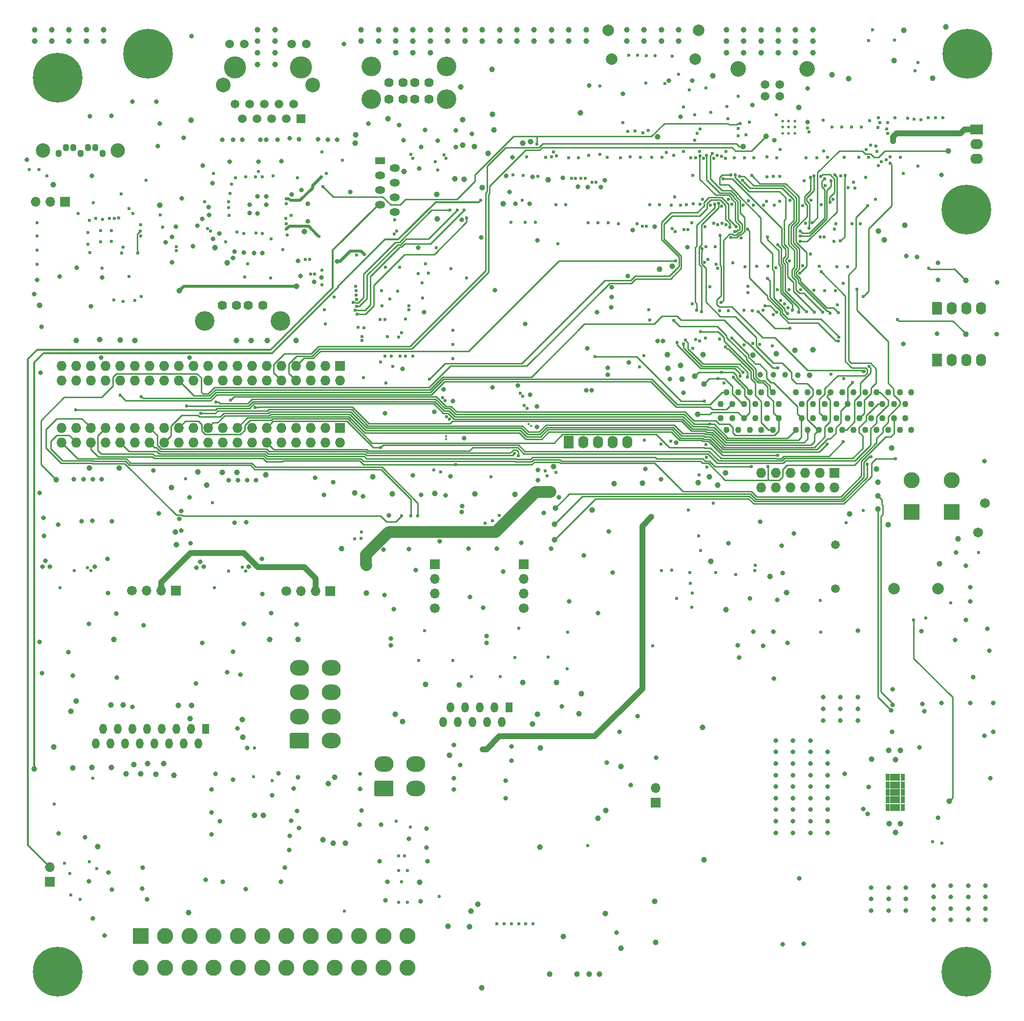
<source format=gbr>
G04 #@! TF.GenerationSoftware,KiCad,Pcbnew,5.1.5+dfsg1-2build2*
G04 #@! TF.CreationDate,2021-02-17T11:04:06+00:00*
G04 #@! TF.ProjectId,HILTOP_Motherboard,48494c54-4f50-45f4-9d6f-74686572626f,Rev C*
G04 #@! TF.SameCoordinates,Original*
G04 #@! TF.FileFunction,Copper,L3,Inr*
G04 #@! TF.FilePolarity,Positive*
%FSLAX46Y46*%
G04 Gerber Fmt 4.6, Leading zero omitted, Abs format (unit mm)*
G04 Created by KiCad (PCBNEW 5.1.5+dfsg1-2build2) date 2021-02-17 11:04:06*
%MOMM*%
%LPD*%
G04 APERTURE LIST*
%ADD10C,8.600000*%
%ADD11R,2.800000X2.800000*%
%ADD12C,2.800000*%
%ADD13R,1.700000X1.700000*%
%ADD14O,1.700000X1.700000*%
%ADD15C,1.620000*%
%ADD16C,3.400000*%
%ADD17R,1.800000X1.300000*%
%ADD18O,1.800000X1.300000*%
%ADD19R,1.300000X1.800000*%
%ADD20O,1.300000X1.800000*%
%ADD21R,2.200000X1.740000*%
%ADD22O,2.200000X1.740000*%
%ADD23C,1.520000*%
%ADD24C,3.850000*%
%ADD25C,2.540000*%
%ADD26R,1.520000X1.520000*%
%ADD27C,2.000000*%
%ADD28R,1.740000X2.200000*%
%ADD29O,1.740000X2.200000*%
%ADD30C,2.700000*%
%ADD31R,0.800000X1.300000*%
%ADD32C,1.700000*%
%ADD33C,2.500000*%
%ADD34O,1.100000X1.300000*%
%ADD35C,0.100000*%
%ADD36O,3.300000X2.700000*%
%ADD37C,1.100000*%
%ADD38C,1.000000*%
%ADD39C,1.710000*%
%ADD40C,0.500000*%
%ADD41R,1.727200X1.727200*%
%ADD42O,1.727200X1.727200*%
%ADD43C,0.800000*%
%ADD44C,0.600000*%
%ADD45C,0.700000*%
%ADD46C,0.400000*%
%ADD47C,1.000000*%
%ADD48C,2.000000*%
%ADD49C,0.500000*%
%ADD50C,0.250000*%
%ADD51C,0.360000*%
G04 APERTURE END LIST*
D10*
X56350000Y-60160000D03*
X72000000Y-56000000D03*
X214000000Y-56000000D03*
X213830000Y-83020000D03*
X213830000Y-215100000D03*
X56350000Y-215100000D03*
D11*
X70800000Y-208900000D03*
D12*
X75000000Y-208900000D03*
X79200000Y-208900000D03*
X83400000Y-208900000D03*
X87600000Y-208900000D03*
X91800000Y-208900000D03*
X96000000Y-208900000D03*
X100200000Y-208900000D03*
X104400000Y-208900000D03*
X108600000Y-208900000D03*
X112800000Y-208900000D03*
X117000000Y-208900000D03*
X70800000Y-214400000D03*
X75000000Y-214400000D03*
X79200000Y-214400000D03*
X83400000Y-214400000D03*
X87600000Y-214400000D03*
X91800000Y-214400000D03*
X96000000Y-214400000D03*
X100200000Y-214400000D03*
X104400000Y-214400000D03*
X108600000Y-214400000D03*
X112800000Y-214400000D03*
X117000000Y-214400000D03*
D11*
X204400000Y-135375000D03*
D12*
X204400000Y-129875000D03*
D11*
X211325000Y-135375000D03*
D12*
X211325000Y-129875000D03*
D13*
X55000000Y-199450000D03*
D14*
X55000000Y-196910000D03*
D13*
X160000000Y-185750000D03*
D14*
X160000000Y-183210000D03*
D15*
X113750000Y-63850000D03*
X116250000Y-63850000D03*
X118250000Y-63850000D03*
X120750000Y-63850000D03*
D16*
X110700000Y-58150000D03*
X110700000Y-63850000D03*
D15*
X120750000Y-61000000D03*
X118250000Y-61000000D03*
X116250000Y-61000000D03*
D16*
X123800000Y-63850000D03*
D15*
X113750000Y-61000000D03*
D16*
X123800000Y-58150000D03*
D17*
X112225000Y-74475000D03*
D18*
X112225000Y-77015000D03*
X112225000Y-79555000D03*
X112225000Y-82095000D03*
X114765000Y-75745000D03*
X114765000Y-78285000D03*
X114765000Y-80825000D03*
X114765000Y-83365000D03*
D19*
X134610000Y-169280000D03*
D20*
X132070000Y-169280000D03*
X129530000Y-169280000D03*
X126990000Y-169280000D03*
X124450000Y-169280000D03*
X133340000Y-171820000D03*
X130800000Y-171820000D03*
X128260000Y-171820000D03*
X125720000Y-171820000D03*
X123180000Y-171820000D03*
D19*
X81992198Y-172950000D03*
D20*
X79452198Y-172950000D03*
X76912198Y-172950000D03*
X74372198Y-172950000D03*
X71832198Y-172950000D03*
X69292198Y-172950000D03*
X66752198Y-172950000D03*
X64212198Y-172950000D03*
X80722198Y-175490000D03*
X78182198Y-175490000D03*
X75642198Y-175490000D03*
X73102198Y-175490000D03*
X70562198Y-175490000D03*
X68022198Y-175490000D03*
X65482198Y-175490000D03*
X62942198Y-175490000D03*
D21*
X215646000Y-69088000D03*
D22*
X215646000Y-71628000D03*
X215646000Y-74168000D03*
D23*
X87100000Y-64710000D03*
X88370000Y-67250000D03*
D24*
X87090000Y-58360000D03*
X98530000Y-58360000D03*
D23*
X89640000Y-64710000D03*
X90910000Y-67250000D03*
X92180000Y-64710000D03*
X93450000Y-67250000D03*
X94720000Y-64710000D03*
X95990000Y-67250000D03*
X97260000Y-64710000D03*
D25*
X85060000Y-61410000D03*
X100560000Y-61410000D03*
D23*
X96900000Y-54300000D03*
X88720000Y-54300000D03*
X99440000Y-54300000D03*
X86180000Y-54300000D03*
D26*
X98530000Y-67250000D03*
D27*
X167480000Y-51940000D03*
X151780000Y-51940000D03*
X166880000Y-56890000D03*
X152380000Y-56890000D03*
D28*
X144950000Y-123300000D03*
D29*
X147490000Y-123300000D03*
X150030000Y-123300000D03*
X152570000Y-123300000D03*
X155110000Y-123300000D03*
D23*
X181540000Y-63300000D03*
X179000000Y-63300000D03*
X179000000Y-61300000D03*
X181540000Y-61300000D03*
D30*
X186270000Y-58600000D03*
X174270000Y-58600000D03*
D28*
X208750000Y-109050000D03*
D29*
X211290000Y-109050000D03*
X213830000Y-109050000D03*
X216370000Y-109050000D03*
D23*
X191140000Y-148700000D03*
D27*
X201300000Y-148700000D03*
X208920000Y-148700000D03*
D23*
X191140000Y-141080000D03*
D31*
X200200000Y-186600000D03*
D17*
X201500000Y-181400000D03*
X201500000Y-182700000D03*
X201500000Y-186600000D03*
X201500000Y-185300000D03*
X201500000Y-184000000D03*
D31*
X202800000Y-186600000D03*
X202800000Y-185300000D03*
X202800000Y-184000000D03*
X202800000Y-182700000D03*
X202800000Y-181400000D03*
X200200000Y-181400000D03*
X200200000Y-182700000D03*
X200200000Y-184000000D03*
X200200000Y-185300000D03*
D32*
X96000000Y-149075000D03*
D14*
X98540000Y-149075000D03*
X101080000Y-149075000D03*
D13*
X103620000Y-149075000D03*
D32*
X69200000Y-149000000D03*
D14*
X71740000Y-149000000D03*
X74280000Y-149000000D03*
D13*
X76820000Y-149000000D03*
D32*
X137150000Y-152100000D03*
D14*
X137150000Y-149560000D03*
X137150000Y-147020000D03*
D13*
X137150000Y-144480000D03*
D32*
X121750000Y-152075000D03*
D14*
X121750000Y-149535000D03*
X121750000Y-146995000D03*
D13*
X121750000Y-144455000D03*
D33*
X66790000Y-72740000D03*
D34*
X62850000Y-72240000D03*
D33*
X53830000Y-72740000D03*
D34*
X61580000Y-72240000D03*
X59040000Y-72240000D03*
X57770000Y-72240000D03*
X56500000Y-73240000D03*
X60310000Y-73240000D03*
X64120000Y-73240000D03*
G04 #@! TA.AperFunction,ViaPad*
D35*
G36*
X99674503Y-173676204D02*
G01*
X99698772Y-173679804D01*
X99722570Y-173685765D01*
X99745670Y-173694030D01*
X99767849Y-173704520D01*
X99788892Y-173717133D01*
X99808598Y-173731748D01*
X99826776Y-173748224D01*
X99843252Y-173766402D01*
X99857867Y-173786108D01*
X99870480Y-173807151D01*
X99880970Y-173829330D01*
X99889235Y-173852430D01*
X99895196Y-173876228D01*
X99898796Y-173900497D01*
X99900000Y-173925001D01*
X99900000Y-176124999D01*
X99898796Y-176149503D01*
X99895196Y-176173772D01*
X99889235Y-176197570D01*
X99880970Y-176220670D01*
X99870480Y-176242849D01*
X99857867Y-176263892D01*
X99843252Y-176283598D01*
X99826776Y-176301776D01*
X99808598Y-176318252D01*
X99788892Y-176332867D01*
X99767849Y-176345480D01*
X99745670Y-176355970D01*
X99722570Y-176364235D01*
X99698772Y-176370196D01*
X99674503Y-176373796D01*
X99649999Y-176375000D01*
X96850001Y-176375000D01*
X96825497Y-176373796D01*
X96801228Y-176370196D01*
X96777430Y-176364235D01*
X96754330Y-176355970D01*
X96732151Y-176345480D01*
X96711108Y-176332867D01*
X96691402Y-176318252D01*
X96673224Y-176301776D01*
X96656748Y-176283598D01*
X96642133Y-176263892D01*
X96629520Y-176242849D01*
X96619030Y-176220670D01*
X96610765Y-176197570D01*
X96604804Y-176173772D01*
X96601204Y-176149503D01*
X96600000Y-176124999D01*
X96600000Y-173925001D01*
X96601204Y-173900497D01*
X96604804Y-173876228D01*
X96610765Y-173852430D01*
X96619030Y-173829330D01*
X96629520Y-173807151D01*
X96642133Y-173786108D01*
X96656748Y-173766402D01*
X96673224Y-173748224D01*
X96691402Y-173731748D01*
X96711108Y-173717133D01*
X96732151Y-173704520D01*
X96754330Y-173694030D01*
X96777430Y-173685765D01*
X96801228Y-173679804D01*
X96825497Y-173676204D01*
X96850001Y-173675000D01*
X99649999Y-173675000D01*
X99674503Y-173676204D01*
G37*
G04 #@! TD.AperFunction*
D36*
X98250000Y-170825000D03*
X98250000Y-166625000D03*
X98250000Y-162425000D03*
X103750000Y-175025000D03*
X103750000Y-170825000D03*
X103750000Y-166625000D03*
X103750000Y-162425000D03*
G04 #@! TA.AperFunction,ViaPad*
D35*
G36*
X114324503Y-181951204D02*
G01*
X114348772Y-181954804D01*
X114372570Y-181960765D01*
X114395670Y-181969030D01*
X114417849Y-181979520D01*
X114438892Y-181992133D01*
X114458598Y-182006748D01*
X114476776Y-182023224D01*
X114493252Y-182041402D01*
X114507867Y-182061108D01*
X114520480Y-182082151D01*
X114530970Y-182104330D01*
X114539235Y-182127430D01*
X114545196Y-182151228D01*
X114548796Y-182175497D01*
X114550000Y-182200001D01*
X114550000Y-184399999D01*
X114548796Y-184424503D01*
X114545196Y-184448772D01*
X114539235Y-184472570D01*
X114530970Y-184495670D01*
X114520480Y-184517849D01*
X114507867Y-184538892D01*
X114493252Y-184558598D01*
X114476776Y-184576776D01*
X114458598Y-184593252D01*
X114438892Y-184607867D01*
X114417849Y-184620480D01*
X114395670Y-184630970D01*
X114372570Y-184639235D01*
X114348772Y-184645196D01*
X114324503Y-184648796D01*
X114299999Y-184650000D01*
X111500001Y-184650000D01*
X111475497Y-184648796D01*
X111451228Y-184645196D01*
X111427430Y-184639235D01*
X111404330Y-184630970D01*
X111382151Y-184620480D01*
X111361108Y-184607867D01*
X111341402Y-184593252D01*
X111323224Y-184576776D01*
X111306748Y-184558598D01*
X111292133Y-184538892D01*
X111279520Y-184517849D01*
X111269030Y-184495670D01*
X111260765Y-184472570D01*
X111254804Y-184448772D01*
X111251204Y-184424503D01*
X111250000Y-184399999D01*
X111250000Y-182200001D01*
X111251204Y-182175497D01*
X111254804Y-182151228D01*
X111260765Y-182127430D01*
X111269030Y-182104330D01*
X111279520Y-182082151D01*
X111292133Y-182061108D01*
X111306748Y-182041402D01*
X111323224Y-182023224D01*
X111341402Y-182006748D01*
X111361108Y-181992133D01*
X111382151Y-181979520D01*
X111404330Y-181969030D01*
X111427430Y-181960765D01*
X111451228Y-181954804D01*
X111475497Y-181951204D01*
X111500001Y-181950000D01*
X114299999Y-181950000D01*
X114324503Y-181951204D01*
G37*
G04 #@! TD.AperFunction*
D36*
X112900000Y-179100000D03*
X118400000Y-183300000D03*
X118400000Y-179100000D03*
G04 #@! TA.AperFunction,ViaPad*
D35*
G36*
X209394505Y-99001204D02*
G01*
X209418773Y-99004804D01*
X209442572Y-99010765D01*
X209465671Y-99019030D01*
X209487850Y-99029520D01*
X209508893Y-99042132D01*
X209528599Y-99056747D01*
X209546777Y-99073223D01*
X209563253Y-99091401D01*
X209577868Y-99111107D01*
X209590480Y-99132150D01*
X209600970Y-99154329D01*
X209609235Y-99177428D01*
X209615196Y-99201227D01*
X209618796Y-99225495D01*
X209620000Y-99249999D01*
X209620000Y-100950001D01*
X209618796Y-100974505D01*
X209615196Y-100998773D01*
X209609235Y-101022572D01*
X209600970Y-101045671D01*
X209590480Y-101067850D01*
X209577868Y-101088893D01*
X209563253Y-101108599D01*
X209546777Y-101126777D01*
X209528599Y-101143253D01*
X209508893Y-101157868D01*
X209487850Y-101170480D01*
X209465671Y-101180970D01*
X209442572Y-101189235D01*
X209418773Y-101195196D01*
X209394505Y-101198796D01*
X209370001Y-101200000D01*
X208129999Y-101200000D01*
X208105495Y-101198796D01*
X208081227Y-101195196D01*
X208057428Y-101189235D01*
X208034329Y-101180970D01*
X208012150Y-101170480D01*
X207991107Y-101157868D01*
X207971401Y-101143253D01*
X207953223Y-101126777D01*
X207936747Y-101108599D01*
X207922132Y-101088893D01*
X207909520Y-101067850D01*
X207899030Y-101045671D01*
X207890765Y-101022572D01*
X207884804Y-100998773D01*
X207881204Y-100974505D01*
X207880000Y-100950001D01*
X207880000Y-99249999D01*
X207881204Y-99225495D01*
X207884804Y-99201227D01*
X207890765Y-99177428D01*
X207899030Y-99154329D01*
X207909520Y-99132150D01*
X207922132Y-99111107D01*
X207936747Y-99091401D01*
X207953223Y-99073223D01*
X207971401Y-99056747D01*
X207991107Y-99042132D01*
X208012150Y-99029520D01*
X208034329Y-99019030D01*
X208057428Y-99010765D01*
X208081227Y-99004804D01*
X208105495Y-99001204D01*
X208129999Y-99000000D01*
X209370001Y-99000000D01*
X209394505Y-99001204D01*
G37*
G04 #@! TD.AperFunction*
D29*
X211290000Y-100100000D03*
X213830000Y-100100000D03*
X216370000Y-100100000D03*
D37*
X171300000Y-116660000D03*
X172300000Y-114660000D03*
X171300000Y-119140000D03*
X172300000Y-121140000D03*
X173300000Y-116660000D03*
X174300000Y-114660000D03*
X173300000Y-119140000D03*
X174300000Y-121140000D03*
X175300000Y-116660000D03*
X176300000Y-114660000D03*
X175300000Y-119140000D03*
X176300000Y-121140000D03*
X177300000Y-116660000D03*
X178300000Y-114660000D03*
X177300000Y-119140000D03*
X178300000Y-121140000D03*
X179300000Y-116660000D03*
X180300000Y-114660000D03*
X179300000Y-119140000D03*
X180300000Y-121140000D03*
X181300000Y-116660000D03*
X181300000Y-119140000D03*
X184300000Y-114660000D03*
X184300000Y-121140000D03*
X185300000Y-116660000D03*
X186300000Y-114660000D03*
X185300000Y-119140000D03*
X186300000Y-121140000D03*
X187300000Y-116660000D03*
X188300000Y-114660000D03*
X187300000Y-119140000D03*
X188300000Y-121140000D03*
X189300000Y-116660000D03*
X190300000Y-114660000D03*
X189300000Y-119140000D03*
X190300000Y-121140000D03*
X191300000Y-116660000D03*
X192300000Y-114660000D03*
X191300000Y-119140000D03*
X192300000Y-121140000D03*
X193300000Y-116660000D03*
X193300000Y-119140000D03*
X194300000Y-114660000D03*
X194300000Y-121140000D03*
X195300000Y-116660000D03*
X196300000Y-114660000D03*
X195300000Y-119140000D03*
X196300000Y-121140000D03*
X197300000Y-116660000D03*
X198300000Y-114660000D03*
X197300000Y-119140000D03*
X198300000Y-121140000D03*
X199300000Y-116660000D03*
X200300000Y-114660000D03*
X199300000Y-119140000D03*
X200300000Y-121140000D03*
X201300000Y-116660000D03*
X202300000Y-114660000D03*
X201300000Y-119140000D03*
X202300000Y-121140000D03*
X203300000Y-116660000D03*
X203300000Y-119140000D03*
X204300000Y-114660000D03*
X204300000Y-121140000D03*
D13*
X57610000Y-81590000D03*
D14*
X55070000Y-81590000D03*
X52530000Y-81590000D03*
D38*
X168100000Y-172700000D03*
X168400000Y-195700000D03*
X212375000Y-140025000D03*
X169540000Y-143940000D03*
X179800000Y-146600000D03*
X172200000Y-152300000D03*
X182700000Y-149400000D03*
X90500000Y-188000000D03*
X130000000Y-176500000D03*
X103250000Y-182500000D03*
X76500000Y-181000000D03*
X150250000Y-215500000D03*
X139540000Y-170430000D03*
X154000000Y-179500000D03*
X213800000Y-95300000D03*
X213800000Y-104600000D03*
D39*
X217075000Y-133850000D03*
X215875000Y-138950000D03*
D40*
X184100000Y-67640000D03*
X184100000Y-68690000D03*
X184100000Y-69740000D03*
X183050000Y-67640000D03*
X183050000Y-68690000D03*
X183050000Y-69740000D03*
X182000000Y-67640000D03*
X182000000Y-68690000D03*
X182000000Y-69740000D03*
D41*
X105300000Y-110100000D03*
D42*
X105300000Y-112640000D03*
X102760000Y-110100000D03*
X102760000Y-112640000D03*
X100220000Y-110100000D03*
X100220000Y-112640000D03*
X97680000Y-110100000D03*
X97680000Y-112640000D03*
X95140000Y-110100000D03*
X95140000Y-112640000D03*
X92600000Y-110100000D03*
X92600000Y-112640000D03*
X90060000Y-110100000D03*
X90060000Y-112640000D03*
X87520000Y-110100000D03*
X87520000Y-112640000D03*
X84980000Y-110100000D03*
X84980000Y-112640000D03*
X82440000Y-110100000D03*
X82440000Y-112640000D03*
X79900000Y-110100000D03*
X79900000Y-112640000D03*
X77360000Y-110100000D03*
X77360000Y-112640000D03*
X74820000Y-110100000D03*
X74820000Y-112640000D03*
X72280000Y-110100000D03*
X72280000Y-112640000D03*
X69740000Y-110100000D03*
X69740000Y-112640000D03*
X67200000Y-110100000D03*
X67200000Y-112640000D03*
X64660000Y-110100000D03*
X64660000Y-112640000D03*
X62120000Y-110100000D03*
X62120000Y-112640000D03*
X59580000Y-110100000D03*
X59580000Y-112640000D03*
X57040000Y-110100000D03*
X57040000Y-112640000D03*
X57040000Y-123340000D03*
X57040000Y-120800000D03*
X59580000Y-123340000D03*
X59580000Y-120800000D03*
X62120000Y-123340000D03*
X62120000Y-120800000D03*
X64660000Y-123340000D03*
X64660000Y-120800000D03*
X67200000Y-123340000D03*
X67200000Y-120800000D03*
X69740000Y-123340000D03*
X69740000Y-120800000D03*
X72280000Y-123340000D03*
X72280000Y-120800000D03*
X74820000Y-123340000D03*
X74820000Y-120800000D03*
X77360000Y-123340000D03*
X77360000Y-120800000D03*
X79900000Y-123340000D03*
X79900000Y-120800000D03*
X82440000Y-123340000D03*
X82440000Y-120800000D03*
X84980000Y-123340000D03*
X84980000Y-120800000D03*
X87520000Y-123340000D03*
X87520000Y-120800000D03*
X90060000Y-123340000D03*
X90060000Y-120800000D03*
X92600000Y-123340000D03*
X92600000Y-120800000D03*
X95140000Y-123340000D03*
X95140000Y-120800000D03*
X97680000Y-123340000D03*
X97680000Y-120800000D03*
X100220000Y-123340000D03*
X100220000Y-120800000D03*
X102760000Y-123340000D03*
X102760000Y-120800000D03*
X105300000Y-123340000D03*
D41*
X105300000Y-120800000D03*
X190970000Y-128600000D03*
D42*
X190970000Y-131140000D03*
X188430000Y-128600000D03*
X188430000Y-131140000D03*
X185890000Y-128600000D03*
X185890000Y-131140000D03*
X183350000Y-128600000D03*
X183350000Y-131140000D03*
X180810000Y-128600000D03*
X180810000Y-131140000D03*
X178270000Y-128600000D03*
X178270000Y-131140000D03*
D38*
X168420000Y-113180000D03*
X166780000Y-111840000D03*
X164610000Y-112340000D03*
X164280000Y-109950000D03*
X162150000Y-110540000D03*
X162020000Y-108110000D03*
X76800000Y-138900000D03*
X76925000Y-141075000D03*
X135590000Y-132340000D03*
X121750000Y-132175000D03*
X184090000Y-107330000D03*
X187270000Y-107250000D03*
X180920000Y-107970000D03*
X168230000Y-108130000D03*
X176880000Y-108220000D03*
X63325000Y-193400000D03*
X142830000Y-164980000D03*
X136940000Y-164940000D03*
X125940000Y-165370000D03*
X120160000Y-165300000D03*
X88425000Y-174400000D03*
X88400000Y-171375000D03*
X77275000Y-168900000D03*
X79525000Y-168925000D03*
X67750000Y-168800000D03*
X65600000Y-168800000D03*
X58675000Y-169925000D03*
X59550000Y-168125000D03*
X198500000Y-130200000D03*
X198300000Y-127900000D03*
X198500000Y-132600000D03*
X198500000Y-134900000D03*
X203200000Y-85700000D03*
X210710000Y-72810000D03*
X167310000Y-118500000D03*
X210900000Y-185500000D03*
X193590000Y-135730000D03*
X52300000Y-179900000D03*
X82225000Y-130750000D03*
X56075000Y-129800000D03*
X128700000Y-132250000D03*
X114350000Y-132250000D03*
X162900000Y-92800000D03*
X160700000Y-93320000D03*
X180400000Y-111600000D03*
X178100000Y-111600000D03*
X182400000Y-111600000D03*
X184600000Y-111700000D03*
X186700000Y-111700000D03*
X142500000Y-140200000D03*
X142500000Y-137500000D03*
X142600000Y-134700000D03*
X92425000Y-128925000D03*
X92660000Y-105680000D03*
X61880000Y-127740000D03*
X97720000Y-105670000D03*
X69720000Y-105640000D03*
X67220000Y-105610000D03*
X67030000Y-127790000D03*
X87360000Y-105680000D03*
X87450000Y-128525000D03*
X84875000Y-128550000D03*
X80650000Y-128450000D03*
X59570000Y-105690000D03*
X89910000Y-105660000D03*
X167325000Y-130275000D03*
X172070000Y-128610000D03*
X169280000Y-129260000D03*
X170790000Y-130720000D03*
X175180000Y-72020000D03*
X179100000Y-70270000D03*
X76100000Y-131125000D03*
X197450000Y-178225000D03*
X63625000Y-105500000D03*
X55700000Y-176100000D03*
X147150000Y-166900000D03*
X169900000Y-59800000D03*
X159970000Y-210010000D03*
X200850000Y-124330000D03*
X190550000Y-59600000D03*
D16*
X94942000Y-102268000D03*
D15*
X84892000Y-99568000D03*
X87392000Y-99568000D03*
X89392000Y-99568000D03*
X91892000Y-99568000D03*
D16*
X81842000Y-102268000D03*
D38*
X200330000Y-137600000D03*
D43*
X139540000Y-88300000D03*
X113500000Y-199500000D03*
X113200000Y-202700000D03*
X217000000Y-174200000D03*
X119300000Y-202900000D03*
D38*
X119100000Y-199600000D03*
D43*
X218500000Y-168500000D03*
D38*
X74080000Y-82180000D03*
D43*
X119380000Y-72150000D03*
X125330000Y-72170000D03*
X119005516Y-75909225D03*
D38*
X126840000Y-77760000D03*
D43*
X219200000Y-95600000D03*
X219100000Y-104600000D03*
D38*
X151400000Y-187100000D03*
X150040000Y-188460000D03*
X160350000Y-70340000D03*
X129970000Y-79150000D03*
D44*
X165690000Y-135020000D03*
D38*
X149030000Y-135020000D03*
X109910001Y-149430000D03*
X116130000Y-171750000D03*
X114850000Y-170470000D03*
X83640000Y-89620000D03*
X107860000Y-132130000D03*
X139200000Y-131950000D03*
X141800000Y-131950000D03*
X109810000Y-142750000D03*
X109910001Y-144590000D03*
D44*
X58440000Y-198015000D03*
X109413183Y-103438808D03*
X65650000Y-88500000D03*
X63800000Y-88550000D03*
X65650000Y-86600000D03*
X63800000Y-86600000D03*
D43*
X92500000Y-82100000D03*
X91000000Y-83700000D03*
X89600000Y-83600000D03*
X89600000Y-82100000D03*
X92500000Y-80700000D03*
X91000000Y-80700000D03*
D44*
X115310000Y-97100000D03*
X112500000Y-97080000D03*
X112560000Y-99690000D03*
D43*
X83750000Y-180750000D03*
D38*
X199588655Y-88210842D03*
D43*
X160100000Y-178000000D03*
X201000000Y-173500000D03*
X218500000Y-173500000D03*
X120300000Y-193600000D03*
D44*
X166304941Y-149449990D03*
D43*
X201034307Y-166165693D03*
D44*
X153900000Y-74000000D03*
X155600000Y-73800000D03*
X151600000Y-73900000D03*
X159300000Y-73900000D03*
X157400000Y-73900000D03*
X161100000Y-73900000D03*
X177000000Y-74000000D03*
X179300000Y-73800000D03*
X181000000Y-74000000D03*
X186100000Y-74000000D03*
X187900000Y-74000000D03*
X189800000Y-73900000D03*
X194000000Y-85400000D03*
X178700000Y-82200000D03*
X176900000Y-82200000D03*
X164300000Y-82200000D03*
X162700000Y-82200000D03*
X160700000Y-82100000D03*
X159000000Y-82100000D03*
X156800000Y-85400000D03*
X153600000Y-85400000D03*
X151800000Y-85300000D03*
D43*
X94599990Y-180708576D03*
X95100000Y-199500000D03*
X95700000Y-197000000D03*
X96500000Y-194000000D03*
X96600000Y-191500000D03*
X96800000Y-188900000D03*
X98000000Y-181400000D03*
X98200000Y-190200000D03*
X143740000Y-169130000D03*
X151500000Y-178800000D03*
X155700002Y-182700000D03*
X135000000Y-176000000D03*
X135000000Y-178500000D03*
X134000000Y-182000000D03*
X134000000Y-185000000D03*
D38*
X159863596Y-202886404D03*
X154000000Y-211000000D03*
X144000000Y-209000000D03*
D44*
X209600000Y-192800000D03*
X167420000Y-139500000D03*
D43*
X184000000Y-139100000D03*
X176300000Y-150400000D03*
X182000000Y-146000000D03*
X178100000Y-137100000D03*
X172600000Y-140800000D03*
D44*
X167750000Y-142090000D03*
X188600000Y-156200000D03*
X188500000Y-150700000D03*
X206800000Y-153800000D03*
D43*
X213800000Y-144700000D03*
X214500000Y-148400000D03*
X214500000Y-150900000D03*
X217500000Y-155600000D03*
X206600000Y-169900000D03*
X215000000Y-164000000D03*
X209500000Y-168500000D03*
X218000000Y-181500000D03*
D44*
X208000000Y-192500000D03*
D43*
X166380000Y-60610000D03*
D44*
X197590000Y-51814000D03*
X196900000Y-53684000D03*
X142700000Y-82175000D03*
X143025000Y-88900000D03*
X137625000Y-73800000D03*
D38*
X141375000Y-77800000D03*
D44*
X139175000Y-85175000D03*
X137350000Y-85150000D03*
X134975000Y-85150000D03*
D43*
X83200000Y-78400000D03*
X77850000Y-81050000D03*
X81550000Y-75400000D03*
X96600000Y-70650000D03*
X96900000Y-80400000D03*
X99700000Y-82000000D03*
X82600000Y-83900000D03*
X99700000Y-85000000D03*
X91800000Y-90500000D03*
X90400000Y-90500000D03*
X88600000Y-90400000D03*
X87000000Y-90300000D03*
X104800000Y-70900000D03*
X103200000Y-70900000D03*
X98600000Y-79600000D03*
X86198096Y-74674990D03*
X120250000Y-190250000D03*
D45*
X108750000Y-180750000D03*
D43*
X117250000Y-192000000D03*
X84500000Y-189000000D03*
X83000000Y-183500000D03*
X83000000Y-187500000D03*
X83000000Y-191250000D03*
X93500000Y-184500000D03*
X89250000Y-176250000D03*
X85000000Y-199500000D03*
X89000000Y-200750000D03*
D44*
X62500000Y-181500000D03*
X55750000Y-186000000D03*
D43*
X71900000Y-202500000D03*
X71000000Y-200700000D03*
X61800000Y-199400000D03*
X62500000Y-205800000D03*
D44*
X117000000Y-197500000D03*
X115500000Y-197500000D03*
X116500000Y-195000000D03*
X115500000Y-195000000D03*
X158299990Y-61031217D03*
X161900000Y-73100000D03*
X163100000Y-73600000D03*
X117500000Y-190000000D03*
X115000000Y-189000000D03*
X116000000Y-199500000D03*
X115500000Y-203000000D03*
X117000000Y-203000000D03*
X122500000Y-202000000D03*
X148250000Y-193250000D03*
X189200000Y-87700000D03*
X148300010Y-85300000D03*
X195225010Y-73900002D03*
X192696977Y-73903886D03*
D43*
X209550000Y-76962000D03*
D44*
X208500000Y-67100000D03*
X207250000Y-67090000D03*
X202450000Y-73890000D03*
X188489071Y-87684124D03*
X144740000Y-156220000D03*
X144670000Y-162530000D03*
X165960285Y-145885010D03*
D43*
X59630000Y-93030000D03*
D44*
X71720000Y-77940000D03*
X74130000Y-83880000D03*
X146600000Y-74000000D03*
X144900000Y-74000000D03*
X144400000Y-82100000D03*
X142774998Y-73700000D03*
X150025010Y-85300000D03*
D43*
X65100000Y-149450000D03*
X64975000Y-143525000D03*
X91875000Y-149650000D03*
X89050000Y-137150000D03*
X87575000Y-129850000D03*
X86000000Y-129850000D03*
X90750000Y-129850000D03*
X81675000Y-144900000D03*
X55050000Y-144850000D03*
X53775000Y-144900000D03*
X80450000Y-145025000D03*
D44*
X88925000Y-145625000D03*
X86025000Y-145600000D03*
X59250000Y-145550000D03*
X62125000Y-145550000D03*
D43*
X60820000Y-129750022D03*
X59190000Y-129750022D03*
X64025000Y-129750022D03*
X62410000Y-136910000D03*
X79400000Y-140800000D03*
X54000000Y-139500000D03*
X125050010Y-181500000D03*
X125050010Y-183500000D03*
X91750000Y-143500000D03*
X122600000Y-140500000D03*
X136700000Y-140700000D03*
X140600000Y-135600000D03*
X127600000Y-141700000D03*
X133600000Y-145700000D03*
X141900000Y-141700000D03*
X123600000Y-132500000D03*
X116330000Y-70990000D03*
X122250000Y-71070000D03*
D38*
X122040000Y-80370000D03*
D44*
X121850000Y-74710000D03*
X113900000Y-98500000D03*
X113520000Y-105030000D03*
X104320000Y-98160000D03*
D43*
X118815164Y-89605010D03*
X120000000Y-69170000D03*
D38*
X131680000Y-66480000D03*
X146980000Y-66200000D03*
D43*
X125350000Y-69240000D03*
X128150000Y-69840000D03*
D38*
X157700000Y-130400000D03*
X152800000Y-130500000D03*
D43*
X186300000Y-62000000D03*
X176760000Y-64880000D03*
D38*
X184770000Y-65330000D03*
D43*
X203390000Y-91030000D03*
X205310000Y-91180000D03*
X202900000Y-106300000D03*
D44*
X172078599Y-74105394D03*
X173625010Y-74000000D03*
X175425010Y-74026452D03*
X188390000Y-92780000D03*
X177490000Y-92800000D03*
X173350000Y-92230000D03*
X191150000Y-97030000D03*
X193240000Y-92900000D03*
X180250000Y-106610000D03*
X187441594Y-96968406D03*
X185440488Y-92756324D03*
X191235010Y-85436947D03*
X193330000Y-79200000D03*
X188681663Y-82098961D03*
X175280000Y-100400000D03*
X166480000Y-81940000D03*
X185508806Y-82297694D03*
X180580491Y-82202659D03*
X170051356Y-74082969D03*
X169965721Y-133885010D03*
X171054979Y-105382926D03*
X161605828Y-61160019D03*
X158700000Y-69300000D03*
X164800000Y-65200000D03*
X168261176Y-74130939D03*
X164800000Y-72900000D03*
X174300000Y-63300000D03*
X174300000Y-70200000D03*
X168700000Y-61900000D03*
X169600000Y-66100000D03*
D43*
X126400000Y-135424990D03*
D44*
X114160920Y-108375010D03*
X116665254Y-108375010D03*
X176876900Y-106188712D03*
D43*
X152350000Y-96425000D03*
X152350000Y-98175000D03*
X152325000Y-99950000D03*
D44*
X167200000Y-69749990D03*
X66160000Y-84470000D03*
X70720000Y-85630000D03*
X74550000Y-86020000D03*
X68690000Y-94620000D03*
X170365021Y-89407945D03*
X168734990Y-89386097D03*
X169470989Y-82230051D03*
X175179257Y-82197451D03*
X171461028Y-82409916D03*
X173229224Y-82013811D03*
X167664990Y-82080777D03*
X192990000Y-137230000D03*
D43*
X160323956Y-105774995D03*
D44*
X135280010Y-76975116D03*
D43*
X108750000Y-183399990D03*
X97224222Y-183349990D03*
X97883147Y-187170010D03*
X125030000Y-175779999D03*
X126140000Y-179220000D03*
X118406455Y-145461516D03*
X109291810Y-132723678D03*
D44*
X114790000Y-84790000D03*
D43*
X112826023Y-141926023D03*
D38*
X125192132Y-77675947D03*
D43*
X217829990Y-159473860D03*
D38*
X130987377Y-73233416D03*
D43*
X82558307Y-82601512D03*
D38*
X113600000Y-67200000D03*
D44*
X70828241Y-98078241D03*
X148410000Y-73620000D03*
X150370000Y-73410002D03*
D38*
X138329236Y-71251920D03*
D44*
X108200000Y-90890000D03*
X178618213Y-100462801D03*
X180786415Y-93057320D03*
X166293406Y-85306594D03*
X166060000Y-74000000D03*
X67750000Y-98875010D03*
D38*
X202400000Y-189400000D03*
X200500000Y-189400000D03*
X201600000Y-190900000D03*
X200400000Y-176700000D03*
X202400000Y-176700000D03*
X201600000Y-178300000D03*
D43*
X62300000Y-77100000D03*
D44*
X67400000Y-80300000D03*
D43*
X153200000Y-208300000D03*
D38*
X193400000Y-60300000D03*
X140000000Y-176300000D03*
X139900000Y-193500000D03*
D44*
X170407290Y-145919102D03*
X61895139Y-84833326D03*
D43*
X91197198Y-74699986D03*
D44*
X64125000Y-84638188D03*
D43*
X95150000Y-74600000D03*
X69350000Y-64250000D03*
X73450000Y-64250000D03*
X74100000Y-68050000D03*
X78250000Y-70550000D03*
X73700000Y-72000000D03*
X76150000Y-87700000D03*
X76200000Y-92150000D03*
X76830000Y-85970000D03*
X75050000Y-88650000D03*
X79850000Y-89350000D03*
X80550000Y-85800000D03*
X81400000Y-84550000D03*
X83300000Y-88100000D03*
X84400000Y-87150000D03*
X102100000Y-94750000D03*
X98000000Y-91900000D03*
X164800000Y-114750000D03*
X162450000Y-112350000D03*
X155300000Y-109450000D03*
X148150000Y-107000000D03*
X136150000Y-113500000D03*
X126850000Y-122600000D03*
X180600000Y-71000000D03*
X186300000Y-67800000D03*
X151150000Y-77900000D03*
X150550000Y-79050000D03*
X148270000Y-79050000D03*
X146570000Y-79040000D03*
X143950000Y-77510000D03*
X159850000Y-85960000D03*
X156050000Y-86570000D03*
X165460000Y-89510000D03*
X123250000Y-114170000D03*
X151890000Y-138760000D03*
X147540000Y-142950000D03*
X152550000Y-145910000D03*
X145040000Y-150900000D03*
X150030000Y-152900000D03*
X156860000Y-170810000D03*
X153690000Y-173530000D03*
X61090000Y-191780000D03*
X56510000Y-191080000D03*
X180820000Y-174990000D03*
X183820000Y-174990000D03*
X186820000Y-174990000D03*
X180820000Y-176990000D03*
X183820000Y-176990000D03*
X186820000Y-176990000D03*
X189820000Y-176990000D03*
X180820000Y-178990000D03*
X183820000Y-178990000D03*
X186820000Y-178990000D03*
X189820000Y-178990000D03*
X180820000Y-180990000D03*
X183820000Y-180990000D03*
X186820000Y-180990000D03*
X189820000Y-180990000D03*
X180820000Y-182990000D03*
X183820000Y-182990000D03*
X186820000Y-182990000D03*
X189820000Y-182990000D03*
X180820000Y-184990000D03*
X183820000Y-184990000D03*
X186820000Y-184990000D03*
X189820000Y-184990000D03*
X180820000Y-186990000D03*
X183820000Y-186990000D03*
X186820000Y-186990000D03*
X189820000Y-186990000D03*
X180820000Y-188990000D03*
X183820000Y-188990000D03*
X186820000Y-188990000D03*
X189820000Y-188990000D03*
X180820000Y-190990000D03*
X183820000Y-190990000D03*
X186820000Y-190990000D03*
X189820000Y-190990000D03*
X189030000Y-171520000D03*
X189030000Y-167520000D03*
X195030000Y-169520000D03*
X189030000Y-169520000D03*
X195030000Y-171520000D03*
X195030000Y-167520000D03*
X192030000Y-167520000D03*
X192030000Y-169520000D03*
X192030000Y-171520000D03*
X217170000Y-206120000D03*
X214170000Y-202120000D03*
X217170000Y-202120000D03*
X208170000Y-204120000D03*
X211170000Y-204120000D03*
X208170000Y-200120000D03*
X211170000Y-200120000D03*
X214170000Y-200120000D03*
X217170000Y-200120000D03*
X208170000Y-202120000D03*
X211170000Y-202120000D03*
X214170000Y-204120000D03*
X217170000Y-204120000D03*
X208170000Y-206120000D03*
X211170000Y-206120000D03*
X214170000Y-206120000D03*
X200370000Y-200480000D03*
X203370000Y-204480000D03*
X197370000Y-204480000D03*
X197370000Y-200480000D03*
X197370000Y-202480000D03*
X200370000Y-202480000D03*
X200370000Y-204480000D03*
X203370000Y-202480000D03*
X203370000Y-200480000D03*
X100980000Y-129470000D03*
X104140000Y-130190000D03*
X102540000Y-132440000D03*
X73910000Y-135680000D03*
X72960000Y-128230000D03*
X65730000Y-136960000D03*
X53940000Y-136390000D03*
X61960000Y-66790000D03*
X65640000Y-66690000D03*
X52830000Y-95210000D03*
X52310000Y-97660000D03*
X53540000Y-103270000D03*
X110236000Y-68072000D03*
X115570000Y-68326000D03*
X64090000Y-94760000D03*
X126360000Y-84740000D03*
X132170000Y-96940000D03*
X137350000Y-102800000D03*
X149830000Y-100750000D03*
X53390000Y-111300000D03*
D44*
X183080316Y-96884727D03*
X127240000Y-94870000D03*
D38*
X131620000Y-58680000D03*
D43*
X62100000Y-99720000D03*
D38*
X73375000Y-180825000D03*
X70800000Y-180800000D03*
X68200000Y-180775000D03*
X65675000Y-179700000D03*
X71975000Y-179025000D03*
X69575000Y-179125000D03*
D43*
X217000000Y-126550000D03*
D44*
X54525000Y-77125000D03*
D43*
X51000000Y-74350000D03*
D44*
X155380000Y-56225002D03*
X156880000Y-56250000D03*
X158380000Y-56274998D03*
X159880000Y-56300000D03*
X162880000Y-56400000D03*
D43*
X163550000Y-123375000D03*
X160900000Y-129750000D03*
D44*
X158075000Y-122925000D03*
D43*
X212050000Y-142450002D03*
X124880000Y-116190000D03*
X138250000Y-115050000D03*
X139610000Y-129860000D03*
D38*
X142307636Y-127541606D03*
D43*
X139450000Y-117100000D03*
X139450000Y-120700000D03*
X131750000Y-113800000D03*
X121650000Y-118000000D03*
X113100000Y-118300000D03*
X116150000Y-110550000D03*
D44*
X172559060Y-67239436D03*
D38*
X108950000Y-51800000D03*
X111950000Y-51800000D03*
X114950000Y-51800000D03*
X117950000Y-51800000D03*
X120950000Y-51800000D03*
X123950000Y-51800000D03*
X126950000Y-51800000D03*
X129950000Y-51800000D03*
X132950000Y-51800000D03*
X135950000Y-51800000D03*
X108950000Y-53800000D03*
X111950000Y-53800000D03*
X114950000Y-53800000D03*
X117950000Y-53800000D03*
X120950000Y-53800000D03*
X123950000Y-53800000D03*
X126950000Y-53800000D03*
X129950000Y-53800000D03*
X132950000Y-53800000D03*
X114950000Y-55800000D03*
X117950000Y-55800000D03*
X120950000Y-55800000D03*
X138950000Y-51800000D03*
X141950000Y-51800000D03*
X144950000Y-51800000D03*
X147950000Y-51800000D03*
X135950000Y-53800000D03*
X138950000Y-53800000D03*
X141950000Y-53800000D03*
X144950000Y-53800000D03*
X147950000Y-53800000D03*
X52350000Y-51800000D03*
X55350000Y-51800000D03*
X58350000Y-51800000D03*
X61350000Y-51800000D03*
X64350000Y-51800000D03*
X52350000Y-53800000D03*
X55350000Y-53800000D03*
X58350000Y-53800000D03*
X61350000Y-53800000D03*
X64350000Y-53800000D03*
X91000000Y-51800000D03*
X94000000Y-51800000D03*
X91000000Y-53800000D03*
X94000000Y-53800000D03*
X91000000Y-55800000D03*
X94000000Y-55800000D03*
X91000000Y-57800000D03*
X94000000Y-57800000D03*
X155000000Y-51800000D03*
X158000000Y-51800000D03*
X161000000Y-51800000D03*
X164000000Y-51800000D03*
X155000000Y-53800000D03*
X158000000Y-53800000D03*
X161000000Y-53800000D03*
X164000000Y-53800000D03*
X172250000Y-51800000D03*
X175250000Y-51800000D03*
X178250000Y-51800000D03*
X181250000Y-51800000D03*
X184250000Y-51800000D03*
X187250000Y-51800000D03*
X172250000Y-53800000D03*
X175250000Y-53800000D03*
X178250000Y-53800000D03*
X181250000Y-53800000D03*
X184250000Y-53800000D03*
X187250000Y-53800000D03*
X172250000Y-55800000D03*
X175250000Y-55800000D03*
X178250000Y-55800000D03*
X181250000Y-55800000D03*
X184250000Y-55800000D03*
X187250000Y-55800000D03*
X203000000Y-51900000D03*
X210300000Y-51350000D03*
X208000000Y-60200000D03*
D44*
X203650011Y-67186946D03*
X198097995Y-81213134D03*
X139600000Y-77225000D03*
X60300000Y-202525000D03*
X58675000Y-201800000D03*
X61850000Y-196050000D03*
D43*
X119328696Y-132455010D03*
X124450000Y-129224957D03*
D44*
X171100000Y-100500000D03*
X108458000Y-103378000D03*
D43*
X100787948Y-95532406D03*
X98453039Y-94461990D03*
D44*
X112350010Y-109375000D03*
D43*
X79248000Y-108605010D03*
X63940000Y-108605010D03*
D44*
X168757856Y-123724999D03*
X168774990Y-125888097D03*
X167540000Y-128980000D03*
X120100000Y-92380000D03*
X121960000Y-89560000D03*
X124530000Y-93250000D03*
X120650465Y-93977642D03*
D43*
X81980000Y-199160000D03*
D38*
X124000000Y-207210000D03*
X127710000Y-207250000D03*
X129850000Y-217890000D03*
D44*
X106030000Y-204530000D03*
D43*
X109003003Y-187109973D03*
X108730000Y-189610000D03*
X112430000Y-189610000D03*
D44*
X196898616Y-73932387D03*
D38*
X151250000Y-205000000D03*
D43*
X208900000Y-95200000D03*
D44*
X166300419Y-151901259D03*
D43*
X206200000Y-168700000D03*
X181100000Y-150600000D03*
D38*
X79500000Y-67500000D03*
X108000000Y-70000000D03*
D43*
X181800000Y-141200000D03*
D44*
X173900000Y-146199998D03*
D38*
X198638659Y-86710842D03*
D43*
X86752305Y-91347695D03*
X79600000Y-52900000D03*
X106000000Y-54300000D03*
X208900000Y-188400000D03*
D44*
X195675000Y-68650000D03*
X193975000Y-68700000D03*
X192275000Y-68675000D03*
X190600000Y-68700000D03*
X201422000Y-53594000D03*
D43*
X201168000Y-71120000D03*
D44*
X204750000Y-67339996D03*
X206000000Y-67409958D03*
X209750000Y-67100002D03*
X165990000Y-147740000D03*
X159470000Y-158560000D03*
D43*
X56680000Y-94560000D03*
D44*
X52850000Y-92490000D03*
X52840000Y-89980000D03*
X52820000Y-87580000D03*
X52840000Y-85260000D03*
D38*
X55610000Y-78650000D03*
D44*
X115950000Y-104325000D03*
X113225000Y-113025000D03*
D43*
X107060000Y-79970000D03*
D44*
X115650000Y-92960000D03*
X118870000Y-94080000D03*
X116640000Y-101910000D03*
X119570144Y-98299990D03*
D43*
X62775000Y-144850000D03*
X89475000Y-144875000D03*
X53200000Y-132075000D03*
X54275000Y-143900000D03*
X60500000Y-137000000D03*
X87000000Y-137250000D03*
X126500000Y-134400000D03*
X117200000Y-141800000D03*
X132500000Y-141700000D03*
D44*
X108122512Y-97798972D03*
X102160000Y-96000000D03*
X102180000Y-93500000D03*
X124900000Y-103880000D03*
X124870000Y-106320000D03*
X124850000Y-108810000D03*
D43*
X208800000Y-104500000D03*
D44*
X191420000Y-92850000D03*
X186800000Y-90690000D03*
X179460000Y-92840000D03*
X175510000Y-92870000D03*
X189260000Y-97010000D03*
X185170000Y-96910000D03*
X178040000Y-106360000D03*
X183291541Y-81404728D03*
X194580000Y-79280000D03*
X190770000Y-81220000D03*
X183188907Y-91830790D03*
X181065010Y-96897084D03*
X176790000Y-100480000D03*
X172580000Y-100470000D03*
X186945010Y-81364366D03*
X179255045Y-81551997D03*
X168610000Y-105250000D03*
X165800000Y-62200000D03*
X166800000Y-66600000D03*
X167600000Y-72900000D03*
X174300000Y-68900000D03*
X172200000Y-72900000D03*
X167700000Y-69000000D03*
X113050000Y-108375010D03*
X117900000Y-108375010D03*
X115689843Y-108375010D03*
X175311980Y-106400167D03*
X166807382Y-70950010D03*
D43*
X77752024Y-135249978D03*
D44*
X172589754Y-81206567D03*
X176095147Y-81481465D03*
X168088976Y-81207836D03*
D43*
X161273954Y-105780036D03*
D38*
X132010000Y-69170000D03*
D43*
X81100000Y-144020010D03*
X79264115Y-132825011D03*
D38*
X58975000Y-179725000D03*
X62300000Y-179650000D03*
X74750000Y-179025000D03*
D44*
X109540000Y-90740000D03*
X113146761Y-93014957D03*
X163311589Y-80758401D03*
D38*
X201700000Y-69800000D03*
X53200000Y-99600000D03*
D43*
X155194002Y-94488000D03*
D44*
X51475000Y-76050000D03*
X168925000Y-127575000D03*
D43*
X158250000Y-127950000D03*
X117950000Y-129050000D03*
X139560000Y-128080000D03*
D44*
X172380001Y-65150000D03*
D38*
X201350000Y-57200000D03*
D44*
X169400000Y-96400000D03*
D43*
X113794968Y-136025109D03*
D44*
X102804312Y-102785688D03*
D38*
X107921837Y-71451803D03*
D44*
X102630556Y-100309444D03*
D43*
X119825000Y-100800000D03*
X104800000Y-91925000D03*
D44*
X90290000Y-181260000D03*
D43*
X213800000Y-154100000D03*
D44*
X163600000Y-150400000D03*
D43*
X208900000Y-92200000D03*
D38*
X148450000Y-215500000D03*
X141650000Y-215500000D03*
X146340000Y-215500000D03*
D44*
X102300000Y-79000000D03*
X149475000Y-108450000D03*
X174625000Y-68075000D03*
X90525000Y-176275000D03*
X109400000Y-112150000D03*
X53150000Y-76050000D03*
X139450000Y-71675000D03*
X168450057Y-116194990D03*
X91200000Y-76400000D03*
X93500000Y-182000000D03*
D43*
X86750000Y-181750000D03*
D44*
X96000000Y-85400000D03*
X97900000Y-77500000D03*
X83400000Y-76700000D03*
X96000000Y-86400000D03*
X86100000Y-84000000D03*
X96000000Y-82000000D03*
X91800000Y-87100000D03*
D38*
X102320000Y-192180000D03*
X104120000Y-192800000D03*
X106270000Y-192800000D03*
X104400000Y-181350000D03*
X105550000Y-141700000D03*
X110950000Y-129275000D03*
D44*
X86020004Y-82620000D03*
X90720000Y-87060000D03*
D38*
X77470000Y-97028000D03*
X97789992Y-96266000D03*
D44*
X101619458Y-87650010D03*
X87158858Y-77500019D03*
X89000000Y-77300000D03*
X91860689Y-77292772D03*
X93738608Y-77158228D03*
D43*
X196750000Y-187675000D03*
X185624998Y-210275000D03*
X174500000Y-160600000D03*
X205675000Y-176200000D03*
X176930000Y-156150000D03*
X180380000Y-156170000D03*
X178620000Y-158560000D03*
X174250000Y-158520000D03*
X182840000Y-158070000D03*
X195020000Y-155930000D03*
X206080000Y-156080000D03*
X211870000Y-157600000D03*
X214500000Y-168500000D03*
D38*
X146670000Y-170400000D03*
X138678180Y-172108180D03*
D43*
X86800000Y-159600000D03*
X81400000Y-158100000D03*
X93400000Y-152900000D03*
X97800000Y-154900000D03*
X88600000Y-154800000D03*
X80325000Y-165075000D03*
X88050000Y-163600000D03*
D38*
X79275000Y-171175000D03*
D43*
X87550000Y-172900000D03*
D44*
X102950000Y-76725000D03*
X96000000Y-81100000D03*
X102100000Y-77300000D03*
D43*
X89225000Y-129850000D03*
X62425000Y-129750022D03*
D44*
X93324979Y-88089756D03*
D38*
X92010000Y-187990000D03*
D44*
X81870000Y-81620002D03*
D43*
X129760000Y-87820000D03*
X134650000Y-79970000D03*
D44*
X85989992Y-81593264D03*
D38*
X99102775Y-86774409D03*
D43*
X120424940Y-195925000D03*
X112125000Y-195925000D03*
X69300000Y-169200000D03*
X58200000Y-159700000D03*
X53200000Y-157900000D03*
X61750000Y-154750000D03*
X66500000Y-153000000D03*
X71250000Y-155000000D03*
X66625000Y-164075000D03*
X58950000Y-163775000D03*
X53650000Y-163325000D03*
D44*
X136900000Y-81400000D03*
X137050000Y-77050000D03*
D43*
X154350000Y-62910000D03*
X164300000Y-66900006D03*
X64500000Y-208800000D03*
X65200000Y-197900000D03*
D44*
X57525000Y-196300000D03*
D43*
X65799996Y-200820000D03*
D44*
X195450000Y-85420000D03*
D43*
X138130000Y-81960000D03*
X138676875Y-77271726D03*
X148450000Y-61490010D03*
D44*
X181500000Y-77200000D03*
X181514979Y-81534153D03*
D43*
X135180000Y-73900000D03*
X135660008Y-81942004D03*
D44*
X150310000Y-61580000D03*
X88638967Y-87094020D03*
X96134822Y-87349990D03*
D43*
X98199997Y-70799997D03*
X101500000Y-70800000D03*
D44*
X102200000Y-73000000D03*
D43*
X91500000Y-70900004D03*
X88400000Y-70900000D03*
D44*
X105700000Y-74400000D03*
D43*
X94500000Y-70900000D03*
X92500000Y-70900000D03*
X86800000Y-70900000D03*
X84900000Y-70900000D03*
D38*
X124285999Y-177540001D03*
X136943185Y-71473175D03*
X159275000Y-136275000D03*
D43*
X192775000Y-180775000D03*
X184925000Y-198850000D03*
D44*
X70878601Y-115380000D03*
X194900000Y-96800000D03*
X179486560Y-127495065D03*
X172079741Y-106775231D03*
X181179158Y-125555085D03*
X167780000Y-104140000D03*
X86366676Y-115986670D03*
X83807927Y-116329924D03*
X171860000Y-113080000D03*
X169425078Y-120174922D03*
X90685733Y-77282132D03*
X85500000Y-88600000D03*
X87400000Y-86900000D03*
D43*
X71100000Y-197000000D03*
D44*
X176000000Y-96300000D03*
X191500000Y-99500000D03*
X163464990Y-91894358D03*
X182357510Y-99352628D03*
X157800000Y-69700000D03*
X166404990Y-77025188D03*
X141960333Y-73877526D03*
X155200000Y-69400002D03*
X142279744Y-73012591D03*
X156470000Y-69330000D03*
X140910322Y-73895197D03*
X154300000Y-67900000D03*
D43*
X182024998Y-210300000D03*
X196000000Y-186875000D03*
X196875000Y-183050000D03*
X180500000Y-164225000D03*
D44*
X86500000Y-78550000D03*
X211144163Y-151130010D03*
X216000000Y-142400000D03*
X86250000Y-80200000D03*
D43*
X162271943Y-60631993D03*
D44*
X163999998Y-59500000D03*
X204730000Y-154070000D03*
X175954990Y-86352697D03*
X191700009Y-105800000D03*
X117600000Y-73400000D03*
X117880010Y-74110000D03*
X123701362Y-74106616D03*
X123370000Y-73490000D03*
X82887488Y-86747488D03*
X100020000Y-91580000D03*
X82392512Y-86252512D03*
X99320000Y-91580000D03*
D38*
X126190000Y-61760000D03*
X128600000Y-72020000D03*
D44*
X122220000Y-76100000D03*
D38*
X122150000Y-84600000D03*
X126520000Y-67370000D03*
X126520000Y-71810000D03*
X98000000Y-157520000D03*
X93110000Y-157510000D03*
D43*
X85705000Y-163200000D03*
D38*
X66100000Y-157500000D03*
D44*
X119500000Y-95700000D03*
X108222468Y-98542293D03*
X114425000Y-110150000D03*
X115450000Y-105050000D03*
D43*
X134060000Y-77170000D03*
D38*
X133611475Y-82005717D03*
D43*
X130100000Y-152000000D03*
X130700000Y-158100000D03*
X127800000Y-150100000D03*
D44*
X135580000Y-160630000D03*
X141410000Y-160580000D03*
X133050000Y-163910000D03*
D43*
X130700000Y-156900000D03*
D44*
X136250000Y-155550000D03*
D43*
X114600000Y-152200000D03*
X114100000Y-158500000D03*
D44*
X118950000Y-161140000D03*
X128060000Y-163890000D03*
D43*
X113010345Y-149761704D03*
D44*
X124886759Y-161143241D03*
D43*
X114100000Y-157300000D03*
D44*
X119975000Y-156000000D03*
X61640000Y-86950000D03*
X66080000Y-98620000D03*
X69710000Y-98700000D03*
X66910000Y-84410000D03*
X64048259Y-93151565D03*
X69440000Y-83630000D03*
X70760000Y-87540000D03*
X62540000Y-81820000D03*
X67709998Y-89520000D03*
X121549964Y-128149997D03*
X177170000Y-145530000D03*
X158830000Y-100360000D03*
X162800000Y-145500000D03*
D43*
X201100010Y-168826782D03*
X151700000Y-110450002D03*
D44*
X160900000Y-123625000D03*
X162625000Y-123100000D03*
X169078509Y-91618881D03*
X122750000Y-128425010D03*
X177243559Y-144618040D03*
X196010000Y-135180000D03*
X161025000Y-145550000D03*
D43*
X200775000Y-169725000D03*
D44*
X158974990Y-102122511D03*
D43*
X151723898Y-111573637D03*
D44*
X168495167Y-92090294D03*
X112350000Y-124200000D03*
X168070000Y-89770000D03*
X90576459Y-117304990D03*
X83200000Y-133800000D03*
D43*
X77436831Y-136599990D03*
D44*
X189700011Y-123630624D03*
X78525000Y-129650000D03*
X81200000Y-118278686D03*
X173201264Y-105248076D03*
X78675000Y-117025000D03*
X192549991Y-123181594D03*
X181175000Y-110425000D03*
X192584990Y-112305002D03*
X194145010Y-112932585D03*
X140824990Y-128240000D03*
X136198329Y-125682239D03*
X142710000Y-128530000D03*
X196740000Y-82299997D03*
X141224368Y-129108699D03*
X135549998Y-125220000D03*
X67200000Y-115175000D03*
X176592721Y-127495065D03*
X116000000Y-136100000D03*
X201600000Y-126175000D03*
X130418983Y-137379990D03*
X125375000Y-127200000D03*
X59520000Y-117700000D03*
X117600000Y-136100000D03*
X131700009Y-136900009D03*
X196657362Y-127070549D03*
X118799998Y-136100000D03*
X132900000Y-135999974D03*
X197331468Y-125798281D03*
X115162134Y-86730000D03*
X114670715Y-87228521D03*
X187119183Y-85278086D03*
X96800000Y-84000000D03*
X95905746Y-84499752D03*
X136502512Y-114792512D03*
X157720000Y-85860000D03*
X136997488Y-115287488D03*
X158420000Y-85860000D03*
X137202512Y-116922512D03*
X162912512Y-86322512D03*
X137697488Y-117417488D03*
X163407488Y-86817488D03*
X164920000Y-86430000D03*
D46*
X138013223Y-120153223D03*
D44*
X165620000Y-86430000D03*
D46*
X138366777Y-120506777D03*
D44*
X188660000Y-93710000D03*
X176040000Y-97360036D03*
X185969171Y-85381834D03*
X173457258Y-112044071D03*
X190410000Y-111500000D03*
X179400000Y-94900000D03*
X191763122Y-105051229D03*
X196969647Y-110166042D03*
X182915101Y-99974539D03*
X170850000Y-112270000D03*
X166925010Y-105530642D03*
X171425010Y-111180000D03*
X167647994Y-105730172D03*
X175949967Y-112017478D03*
X165152581Y-105595333D03*
X175146482Y-111198443D03*
X164853209Y-106283006D03*
X174607269Y-111837757D03*
X163703198Y-106027940D03*
X163130000Y-102200000D03*
X129670000Y-81390000D03*
X165320000Y-82100000D03*
X168550000Y-85930000D03*
X149670000Y-78260000D03*
D46*
X123690000Y-122770000D03*
D44*
X148970000Y-78260000D03*
D46*
X123690000Y-122270000D03*
D44*
X147830000Y-77580000D03*
X124257488Y-119337488D03*
X147030178Y-77556331D03*
X123762512Y-118842512D03*
X123547488Y-116097488D03*
X146100000Y-77550000D03*
X123052512Y-115602512D03*
X145400000Y-77550000D03*
X171168991Y-87437822D03*
X196119795Y-110980380D03*
X127230000Y-84390000D03*
X108300000Y-101110000D03*
X126840000Y-83040000D03*
X107890000Y-100430000D03*
X125640000Y-83060000D03*
X108181734Y-99739051D03*
X124340000Y-83080000D03*
X107550000Y-99100000D03*
X132500000Y-206750000D03*
X133750000Y-206750000D03*
X135000000Y-206750000D03*
X136250000Y-206750000D03*
X137500000Y-206750000D03*
X138750000Y-206750000D03*
D38*
X129200000Y-203400000D03*
X128000000Y-204600000D03*
X79040000Y-204800000D03*
D44*
X61970000Y-90410000D03*
X61650000Y-88960000D03*
X70700000Y-86670000D03*
X68758949Y-82785010D03*
X70230000Y-90520000D03*
X59950000Y-83630000D03*
X62940000Y-84519962D03*
X65320000Y-84470000D03*
X67470000Y-90500000D03*
X196373494Y-77435018D03*
X194275000Y-78250000D03*
X202946000Y-76708000D03*
X189413961Y-78870012D03*
X185775000Y-78025000D03*
X205486000Y-75438000D03*
X192040000Y-88400000D03*
X192829756Y-77080409D03*
X192510000Y-95810000D03*
X192080000Y-77100000D03*
X170471548Y-92455402D03*
X191103130Y-76985136D03*
X185030499Y-88514511D03*
X170774990Y-93141288D03*
X185050000Y-87550000D03*
X190425431Y-77971629D03*
X181140000Y-89110000D03*
X184830423Y-100750575D03*
X185075294Y-86713624D03*
X189282233Y-77607370D03*
X179390000Y-87760000D03*
X183670000Y-100440000D03*
X188640000Y-77220000D03*
X190231686Y-81742241D03*
X181709317Y-98721851D03*
X187470000Y-77100000D03*
X177788505Y-100668391D03*
X186544990Y-86188096D03*
X183302866Y-103539678D03*
X184980144Y-94029856D03*
X186799169Y-77435415D03*
X180375010Y-101213821D03*
X180380000Y-77260000D03*
X174851055Y-87899979D03*
X179330000Y-77320000D03*
X195970000Y-98080000D03*
X200620000Y-74920000D03*
X176650000Y-77050000D03*
X191690000Y-100850000D03*
X188920000Y-100770000D03*
X175035489Y-77916318D03*
X190258406Y-100911594D03*
X174541232Y-77192393D03*
X187510000Y-100740000D03*
X173813187Y-77012204D03*
X173038973Y-76964990D03*
X182880871Y-101021584D03*
X186130000Y-100700000D03*
X171675010Y-77611593D03*
X171437572Y-73716034D03*
X167920000Y-100640000D03*
X170928611Y-81877499D03*
X170700000Y-73580000D03*
X167146594Y-100456594D03*
X170203727Y-82070009D03*
X169860000Y-73280000D03*
X173048368Y-87827743D03*
X168809550Y-73619272D03*
X171346594Y-99083406D03*
X167690250Y-73644563D03*
X173698006Y-86769387D03*
X166980000Y-74040000D03*
X190940000Y-88500000D03*
X190990000Y-86350000D03*
X201880000Y-102000000D03*
X207340000Y-93180000D03*
X174004956Y-85983018D03*
X120820000Y-112330000D03*
X109050000Y-138824998D03*
X172828307Y-86041495D03*
X158000000Y-108310000D03*
X172192563Y-85571450D03*
X131425000Y-129324957D03*
X157190000Y-110210000D03*
X171484587Y-85323886D03*
X170778306Y-85576245D03*
X170058544Y-85365390D03*
X181570000Y-72605010D03*
X186621492Y-69501049D03*
X175680000Y-70050000D03*
X186330000Y-68810000D03*
D43*
X56450000Y-137625000D03*
X77806243Y-138600010D03*
D38*
X209175000Y-144325000D03*
D44*
X100190000Y-94130000D03*
X76940000Y-90130000D03*
X100890000Y-94130000D03*
X76940000Y-89430000D03*
X93300000Y-94800000D03*
X88800000Y-94700000D03*
X89300000Y-92350004D03*
X95413335Y-89955184D03*
X88400000Y-145000000D03*
X83550000Y-148550000D03*
X61500000Y-145075000D03*
X56750000Y-148500000D03*
D43*
X148900010Y-114308199D03*
X143250000Y-132867046D03*
X147950000Y-114300000D03*
D44*
X108921822Y-140000011D03*
X107825000Y-140075002D03*
X179000000Y-99650000D03*
X180980481Y-100771191D03*
X108005344Y-96303531D03*
X108063558Y-97051280D03*
X200250000Y-69750000D03*
X197075000Y-67600000D03*
X200044074Y-69028812D03*
X200251988Y-67878801D03*
X199921053Y-74364851D03*
X198330000Y-72900000D03*
X200675000Y-73800000D03*
X201450000Y-67075000D03*
X198478672Y-68731328D03*
X198180000Y-71980000D03*
X199121104Y-74725023D03*
X198891444Y-67949990D03*
X204978000Y-58928000D03*
X197265110Y-71825110D03*
X198600010Y-75352429D03*
X205497851Y-57534928D03*
X198641433Y-67099610D03*
X196515277Y-72608753D03*
X189140000Y-72830000D03*
X189000000Y-67500000D03*
X180900000Y-66550000D03*
X63125000Y-197175000D03*
X166350000Y-99350000D03*
X166450000Y-107050000D03*
D38*
X116400000Y-76400000D03*
X85775000Y-92175000D03*
D44*
X117213494Y-100350000D03*
X109098341Y-105677993D03*
X117213494Y-99650000D03*
X109098341Y-104977993D03*
X112225000Y-102050000D03*
X113125000Y-102000000D03*
X176250000Y-67850000D03*
D47*
X101080000Y-146920000D02*
X101080000Y-149075000D01*
X91090000Y-144950000D02*
X99110000Y-144950000D01*
X88620000Y-142480000D02*
X91090000Y-144950000D01*
X79400000Y-142480000D02*
X88620000Y-142480000D01*
X74280000Y-149000000D02*
X74280000Y-147600000D01*
X99110000Y-144950000D02*
X101080000Y-146920000D01*
X74280000Y-147600000D02*
X79400000Y-142480000D01*
D48*
X139200000Y-131950000D02*
X141800000Y-131950000D01*
X113730000Y-138830000D02*
X109810000Y-142750000D01*
X132320000Y-138830000D02*
X113730000Y-138830000D01*
X139200000Y-131950000D02*
X132320000Y-138830000D01*
X109810000Y-142750000D02*
X109810000Y-144489999D01*
X109810000Y-144489999D02*
X109910001Y-144590000D01*
D47*
X212834000Y-69800000D02*
X201700000Y-69800000D01*
X201168000Y-70332000D02*
X201168000Y-71120000D01*
X215646000Y-69088000D02*
X213546000Y-69088000D01*
X213546000Y-69088000D02*
X212834000Y-69800000D01*
X201700000Y-69800000D02*
X201168000Y-70332000D01*
D49*
X109540000Y-90740000D02*
X108950000Y-90150000D01*
X108950000Y-90150000D02*
X107050000Y-90150000D01*
X105275000Y-91925000D02*
X104800000Y-91925000D01*
X107050000Y-90150000D02*
X105275000Y-91925000D01*
D50*
X174200736Y-68075000D02*
X174010735Y-68265001D01*
X174010735Y-68265001D02*
X172743999Y-68265001D01*
X172553998Y-68075000D02*
X161497998Y-68075000D01*
X174625000Y-68075000D02*
X174200736Y-68075000D01*
X161497998Y-68075000D02*
X159247998Y-70325000D01*
X172743999Y-68265001D02*
X172553998Y-68075000D01*
X139450000Y-70400000D02*
X139525000Y-70325000D01*
X139450000Y-71675000D02*
X139450000Y-70400000D01*
X159247998Y-70325000D02*
X139525000Y-70325000D01*
X104100000Y-80800000D02*
X102599999Y-79299999D01*
X112700000Y-80800000D02*
X104100000Y-80800000D01*
X115700000Y-82175000D02*
X114075000Y-82175000D01*
X139525000Y-70325000D02*
X135352002Y-70325000D01*
X125575000Y-81200000D02*
X116675000Y-81200000D01*
X135352002Y-70325000D02*
X128704999Y-76972003D01*
X128704999Y-76972003D02*
X128704999Y-78070001D01*
X102599999Y-79299999D02*
X102300000Y-79000000D01*
X114075000Y-82175000D02*
X112700000Y-80800000D01*
X128704999Y-78070001D02*
X125575000Y-81200000D01*
X116675000Y-81200000D02*
X115700000Y-82175000D01*
X149475000Y-108450000D02*
X156655700Y-108450000D01*
X156655700Y-108450000D02*
X164400690Y-116194990D01*
X164400690Y-116194990D02*
X168450057Y-116194990D01*
D49*
X77470000Y-97028000D02*
X78232000Y-96266000D01*
X78232000Y-96266000D02*
X97082886Y-96266000D01*
X97082886Y-96266000D02*
X97789992Y-96266000D01*
X96525592Y-85874408D02*
X99843856Y-85874408D01*
X101319459Y-87350011D02*
X101619458Y-87650010D01*
X99843856Y-85874408D02*
X101319459Y-87350011D01*
X96000000Y-86400000D02*
X96525592Y-85874408D01*
X100550000Y-79225000D02*
X100550000Y-78850000D01*
X96000000Y-81100000D02*
X96424264Y-81100000D01*
X96424264Y-81100000D02*
X96724264Y-81400000D01*
X96724264Y-81400000D02*
X98375000Y-81400000D01*
X98375000Y-81400000D02*
X100550000Y-79225000D01*
X100550000Y-78850000D02*
X102100000Y-77300000D01*
D47*
X157675000Y-137875000D02*
X159275000Y-136275000D01*
X157675000Y-166000000D02*
X157675000Y-137875000D01*
X149400000Y-174275000D02*
X157675000Y-166000000D01*
X132932106Y-174275000D02*
X149400000Y-174275000D01*
X130000000Y-176500000D02*
X130707106Y-176500000D01*
X130707106Y-176500000D02*
X132932106Y-174275000D01*
D50*
X71178600Y-115679999D02*
X70878601Y-115380000D01*
X83830000Y-114630000D02*
X82780001Y-115679999D01*
X121004300Y-114630000D02*
X83830000Y-114630000D01*
X163720000Y-116770000D02*
X159340000Y-112390000D01*
X169380000Y-116770000D02*
X163720000Y-116770000D01*
X123244300Y-112390000D02*
X121004300Y-114630000D01*
X82780001Y-115679999D02*
X71178600Y-115679999D01*
X159340000Y-112390000D02*
X123244300Y-112390000D01*
X169380000Y-116770000D02*
X169380000Y-116750000D01*
X171470000Y-114660000D02*
X172300000Y-114660000D01*
X169380000Y-116750000D02*
X171470000Y-114660000D01*
X179486560Y-129706560D02*
X179486560Y-127919329D01*
X179520000Y-129740000D02*
X179486560Y-129706560D01*
X179486560Y-127919329D02*
X179486560Y-127495065D01*
X179400000Y-129860000D02*
X172061002Y-129860000D01*
X92094334Y-125678634D02*
X73219334Y-125678634D01*
X109334947Y-126594247D02*
X108865689Y-126124989D01*
X168158310Y-126950012D02*
X167808340Y-126600042D01*
X138502049Y-126657251D02*
X135669230Y-126657251D01*
X92540689Y-126124989D02*
X92094334Y-125678634D01*
X138834311Y-126324989D02*
X138502049Y-126657251D01*
X167808340Y-126600042D02*
X160040742Y-126600042D01*
X135606226Y-126594247D02*
X109334947Y-126594247D01*
X169151014Y-126950012D02*
X168158310Y-126950012D01*
X63300000Y-124700000D02*
X63300000Y-122160000D01*
X63874989Y-125274989D02*
X63300000Y-124700000D01*
X179520000Y-129740000D02*
X179400000Y-129860000D01*
X172061002Y-129860000D02*
X169151014Y-126950012D01*
X63796401Y-121663599D02*
X64660000Y-120800000D01*
X63300000Y-122160000D02*
X63796401Y-121663599D01*
X160040742Y-126600042D02*
X159990689Y-126549989D01*
X143615689Y-126549989D02*
X143390689Y-126324989D01*
X73219334Y-125678634D02*
X72815689Y-125274989D01*
X143390689Y-126324989D02*
X138834311Y-126324989D01*
X159990689Y-126549989D02*
X143615689Y-126549989D01*
X135669230Y-126657251D02*
X135606226Y-126594247D01*
X72815689Y-125274989D02*
X63874989Y-125274989D01*
X108865689Y-126124989D02*
X92540689Y-126124989D01*
X179660000Y-129880000D02*
X179520000Y-129740000D01*
X181440000Y-129880000D02*
X179660000Y-129880000D01*
X182010000Y-129310000D02*
X181440000Y-129880000D01*
X182010000Y-128010000D02*
X182010000Y-129310000D01*
X182792002Y-127227998D02*
X182010000Y-128010000D01*
X194900000Y-96800000D02*
X194900000Y-100450000D01*
X194900000Y-100450000D02*
X200300000Y-105850000D01*
X200300000Y-105850000D02*
X200300000Y-113050000D01*
X199330000Y-121550002D02*
X198300000Y-122580002D01*
X198300000Y-122580002D02*
X198300000Y-123361409D01*
X201270000Y-115070000D02*
X202350000Y-116150000D01*
X200310000Y-118840000D02*
X200310000Y-119810000D01*
X194433411Y-127227998D02*
X182792002Y-127227998D01*
X200300000Y-113050000D02*
X201270000Y-114020000D01*
X199330000Y-120790000D02*
X199330000Y-121550002D01*
X201270000Y-114020000D02*
X201270000Y-115070000D01*
X202350000Y-116150000D02*
X202350000Y-116800000D01*
X202350000Y-116800000D02*
X200310000Y-118840000D01*
X198300000Y-123361409D02*
X194433411Y-127227998D01*
X200310000Y-119810000D02*
X199330000Y-120790000D01*
X93418620Y-118849980D02*
X106812981Y-118849980D01*
X140273234Y-122741822D02*
X141490068Y-121524988D01*
X141490068Y-121524988D02*
X162698990Y-121524988D01*
X164149001Y-122974999D02*
X167979953Y-122974999D01*
X136399243Y-121665045D02*
X137476020Y-122741822D01*
X162698990Y-121524988D02*
X164149001Y-122974999D01*
X93188567Y-119080033D02*
X93418620Y-118849980D01*
X109628046Y-121665045D02*
X136399243Y-121665045D01*
X87520000Y-120800000D02*
X89239967Y-119080033D01*
X106812981Y-118849980D02*
X109628046Y-121665045D01*
X168154943Y-123149989D02*
X169150991Y-123149989D01*
X89239967Y-119080033D02*
X93188567Y-119080033D01*
X167979953Y-122974999D02*
X168154943Y-123149989D01*
X169150991Y-123149989D02*
X171556087Y-125555085D01*
X137476020Y-122741822D02*
X140273234Y-122741822D01*
X171556087Y-125555085D02*
X181179158Y-125555085D01*
X179522183Y-121140000D02*
X180300000Y-121140000D01*
X176524977Y-111024977D02*
X176524977Y-112303379D01*
X172575230Y-107075230D02*
X176524977Y-111024977D01*
X177240000Y-115190000D02*
X178290000Y-116240000D01*
X177240000Y-113018402D02*
X177240000Y-115190000D01*
X176524977Y-112303379D02*
X177240000Y-113018402D01*
X172379740Y-107075230D02*
X172575230Y-107075230D01*
X178290000Y-116240000D02*
X178290000Y-119907817D01*
X172079741Y-106775231D02*
X172379740Y-107075230D01*
X178290000Y-119907817D02*
X179522183Y-121140000D01*
X86923324Y-115430022D02*
X86366676Y-115986670D01*
X123655580Y-117067478D02*
X122018124Y-115430022D01*
X181300000Y-119140000D02*
X181300000Y-121361002D01*
X181300000Y-121361002D02*
X180571002Y-122090000D01*
X122018124Y-115430022D02*
X86923324Y-115430022D01*
X170411825Y-119599921D02*
X166638423Y-119599921D01*
X166638423Y-119599921D02*
X165108448Y-118069946D01*
X125538048Y-118069946D02*
X124535580Y-117067478D01*
X173790000Y-122090000D02*
X173340000Y-121640000D01*
X171001904Y-120190000D02*
X170411825Y-119599921D01*
X173340000Y-121640000D02*
X173340000Y-120710000D01*
X165108448Y-118069946D02*
X125538048Y-118069946D01*
X180571002Y-122090000D02*
X173790000Y-122090000D01*
X173340000Y-120710000D02*
X172820000Y-120190000D01*
X172820000Y-120190000D02*
X171001904Y-120190000D01*
X124535580Y-117067478D02*
X123655580Y-117067478D01*
X180390000Y-116210000D02*
X180390000Y-118230000D01*
X179385695Y-115205695D02*
X180390000Y-116210000D01*
X178645691Y-112979991D02*
X179385695Y-113719995D01*
X176924988Y-112137690D02*
X177767289Y-112979991D01*
X176924988Y-110800688D02*
X176924988Y-112137690D01*
X171869989Y-105745689D02*
X176924988Y-110800688D01*
X177767289Y-112979991D02*
X178645691Y-112979991D01*
X170804300Y-104140000D02*
X171869989Y-105205689D01*
X167780000Y-104140000D02*
X170804300Y-104140000D01*
X180390000Y-118230000D02*
X181300000Y-119140000D01*
X179385695Y-113719995D02*
X179385695Y-115205695D01*
X171869989Y-105205689D02*
X171869989Y-105745689D01*
X182859991Y-122580009D02*
X184300000Y-121140000D01*
X83807927Y-116329924D02*
X84232191Y-116329924D01*
X84232191Y-116329924D02*
X84507110Y-116604843D01*
X89294200Y-116604843D02*
X90069010Y-115830033D01*
X123489891Y-117467489D02*
X124369891Y-117467489D01*
X84507110Y-116604843D02*
X89294200Y-116604843D01*
X90069010Y-115830033D02*
X121852435Y-115830033D01*
X121852435Y-115830033D02*
X123489891Y-117467489D01*
X124369891Y-117467489D02*
X125372359Y-118469957D01*
X125372359Y-118469957D02*
X164942759Y-118469957D01*
X164942759Y-118469957D02*
X166647724Y-120174922D01*
X166647724Y-120174922D02*
X170135824Y-120174922D01*
X170135824Y-120174922D02*
X172540911Y-122580009D01*
X172540911Y-122580009D02*
X182859991Y-122580009D01*
X100667067Y-108750033D02*
X101917100Y-107500000D01*
X97680000Y-110100000D02*
X99029967Y-108750033D01*
X127600000Y-107500000D02*
X143205642Y-91894358D01*
X143205642Y-91894358D02*
X163040726Y-91894358D01*
X163040726Y-91894358D02*
X163464990Y-91894358D01*
X101917100Y-107500000D02*
X127600000Y-107500000D01*
X99029967Y-108750033D02*
X100667067Y-108750033D01*
X204730000Y-154070000D02*
X204730000Y-160780000D01*
X204730000Y-160780000D02*
X211450000Y-167500000D01*
X211450000Y-184950000D02*
X210900000Y-185500000D01*
X211450000Y-167500000D02*
X211450000Y-184950000D01*
X188081375Y-102605630D02*
X191275745Y-105800000D01*
X181256483Y-100196189D02*
X181555483Y-100495189D01*
X183029930Y-102605630D02*
X188081375Y-102605630D01*
X176275020Y-86672727D02*
X176275020Y-94854018D01*
X181214548Y-100196189D02*
X181256483Y-100196189D01*
X179419989Y-97998987D02*
X179419989Y-98401630D01*
X191275745Y-105800000D02*
X191700009Y-105800000D01*
X181555483Y-101131183D02*
X183029930Y-102605630D01*
X181555483Y-100495189D02*
X181555483Y-101131183D01*
X179419989Y-98401630D02*
X181214548Y-100196189D01*
X175954990Y-86352697D02*
X176275020Y-86672727D01*
X176275020Y-94854018D02*
X179419989Y-97998987D01*
X201100010Y-168600010D02*
X201100010Y-168826782D01*
X199020000Y-136130000D02*
X199020000Y-166520000D01*
X199360000Y-135790000D02*
X199020000Y-136130000D01*
X199360000Y-134260000D02*
X199360000Y-135790000D01*
X199170000Y-134070000D02*
X199360000Y-134260000D01*
X199020000Y-166520000D02*
X201100010Y-168600010D01*
X199170000Y-133270000D02*
X199170000Y-134070000D01*
X198500000Y-132600000D02*
X199170000Y-133270000D01*
X198500000Y-167450000D02*
X200775000Y-169725000D01*
X198500000Y-134900000D02*
X198500000Y-167450000D01*
X131030000Y-80352702D02*
X131174999Y-80207703D01*
X96400000Y-109741400D02*
X97791378Y-108350022D01*
X101751411Y-107099989D02*
X117740011Y-107099989D01*
X96400000Y-111360000D02*
X96400000Y-109741400D01*
X97791378Y-108350022D02*
X100501378Y-108350022D01*
X131030000Y-93810000D02*
X131030000Y-80352702D01*
X117740011Y-107099989D02*
X131030000Y-93810000D01*
X131174999Y-78954063D02*
X137479050Y-72650012D01*
X137479050Y-72650012D02*
X139891690Y-72650012D01*
X176574999Y-72795001D02*
X178600001Y-70769999D01*
X139891690Y-72650012D02*
X140301702Y-72240000D01*
X178600001Y-70769999D02*
X179100000Y-70270000D01*
X173280000Y-72240000D02*
X173835001Y-72795001D01*
X173835001Y-72795001D02*
X176574999Y-72795001D01*
X140301702Y-72240000D02*
X173280000Y-72240000D01*
X97680000Y-112640000D02*
X96400000Y-111360000D01*
X100501378Y-108350022D02*
X101751411Y-107099989D01*
X131174999Y-80207703D02*
X131174999Y-78954063D01*
X137315186Y-72248176D02*
X133994526Y-72248176D01*
X139726001Y-72250001D02*
X137317011Y-72250001D01*
X94276401Y-111776401D02*
X95140000Y-112640000D01*
X137317011Y-72250001D02*
X137315186Y-72248176D01*
X100335689Y-107950011D02*
X95675689Y-107950011D01*
X133994526Y-72248176D02*
X130774988Y-75467714D01*
X130530000Y-80107002D02*
X130530000Y-93550000D01*
X93800000Y-109825700D02*
X93800000Y-111300000D01*
X130530000Y-93550000D02*
X117380022Y-106699978D01*
X160377299Y-71520001D02*
X140456001Y-71520001D01*
X93800000Y-111300000D02*
X94276401Y-111776401D01*
X117380022Y-106699978D02*
X101585722Y-106699978D01*
X174472894Y-72020000D02*
X173977905Y-71525011D01*
X101585722Y-106699978D02*
X100335689Y-107950011D01*
X95675689Y-107950011D02*
X93800000Y-109825700D01*
X140456001Y-71520001D02*
X139726001Y-72250001D01*
X175180000Y-72020000D02*
X174472894Y-72020000D01*
X173977905Y-71525011D02*
X160382309Y-71525011D01*
X130774988Y-75467714D02*
X130774988Y-79862014D01*
X130774988Y-79862014D02*
X130530000Y-80107002D01*
X160382309Y-71525011D02*
X160377299Y-71520001D01*
X112350000Y-124200000D02*
X111031601Y-124200000D01*
X111031601Y-124200000D02*
X106493000Y-119661399D01*
X93463599Y-119936401D02*
X92600000Y-120800000D01*
X93738601Y-119661399D02*
X93463599Y-119936401D01*
X106493000Y-119661399D02*
X93738601Y-119661399D01*
X137342392Y-124899988D02*
X136257380Y-123814976D01*
X198522183Y-116660000D02*
X196474999Y-118707184D01*
X196474999Y-118707184D02*
X196474999Y-119535001D01*
X180737467Y-126530098D02*
X180727413Y-126520044D01*
X112649999Y-123900001D02*
X112350000Y-124200000D01*
X112735024Y-123814976D02*
X112649999Y-123900001D01*
X136257380Y-123814976D02*
X112735024Y-123814976D01*
X182370850Y-126120033D02*
X181960785Y-126530098D01*
X195900000Y-122210000D02*
X195900000Y-124355969D01*
X194135936Y-126120033D02*
X182370850Y-126120033D01*
X181960785Y-126530098D02*
X180737467Y-126530098D01*
X195900000Y-124355969D02*
X194135936Y-126120033D01*
X169266690Y-124899988D02*
X137342392Y-124899988D01*
X195250000Y-120760000D02*
X195250000Y-121560000D01*
X195250000Y-121560000D02*
X195900000Y-122210000D01*
X170886746Y-126520044D02*
X169266690Y-124899988D01*
X196474999Y-119535001D02*
X195250000Y-120760000D01*
X199300000Y-116660000D02*
X198522183Y-116660000D01*
X180727413Y-126520044D02*
X170886746Y-126520044D01*
X200129500Y-117050500D02*
X200260000Y-116920000D01*
X198270000Y-118905501D02*
X200125001Y-117050500D01*
X197275000Y-120951702D02*
X198270000Y-119956702D01*
X197275000Y-123820709D02*
X197275000Y-120951702D01*
X194575665Y-126520044D02*
X197275000Y-123820709D01*
X182126474Y-126930109D02*
X182536539Y-126520044D01*
X92600000Y-123340000D02*
X93784945Y-124524945D01*
X200260000Y-116920000D02*
X200260000Y-116040000D01*
X200125001Y-117050500D02*
X200129500Y-117050500D01*
X182536539Y-126520044D02*
X194575665Y-126520044D01*
X93784945Y-124524945D02*
X109978445Y-124524945D01*
X109978445Y-124524945D02*
X110228501Y-124775001D01*
X198880000Y-114660000D02*
X198300000Y-114660000D01*
X169076001Y-125299999D02*
X170696057Y-126920055D01*
X128279936Y-124220064D02*
X135153232Y-124220064D01*
X180561724Y-126920055D02*
X180571778Y-126930109D01*
X127724999Y-124775001D02*
X128279936Y-124220064D01*
X180571778Y-126930109D02*
X182126474Y-126930109D01*
X135153232Y-124220064D02*
X135158309Y-124214987D01*
X198270000Y-119956702D02*
X198270000Y-118905501D01*
X135158309Y-124214987D02*
X136091691Y-124214987D01*
X136091691Y-124214987D02*
X137176703Y-125299999D01*
X110228501Y-124775001D02*
X127724999Y-124775001D01*
X170696057Y-126920055D02*
X180561724Y-126920055D01*
X200260000Y-116040000D02*
X198880000Y-114660000D01*
X137176703Y-125299999D02*
X169076001Y-125299999D01*
X91000723Y-117304990D02*
X91075650Y-117230063D01*
X166150657Y-121374955D02*
X168642709Y-121374955D01*
X91075650Y-117230063D02*
X107455864Y-117230063D01*
X107455864Y-117230063D02*
X110290802Y-120065001D01*
X186882141Y-123780042D02*
X187492192Y-123169991D01*
X110290802Y-120065001D02*
X124380977Y-120065001D01*
X164453924Y-119678222D02*
X166150657Y-121374955D01*
X168817699Y-121549945D02*
X169813747Y-121549945D01*
X169813747Y-121549945D02*
X172043844Y-123780042D01*
X124767756Y-119678222D02*
X164453924Y-119678222D01*
X90576459Y-117304990D02*
X91000723Y-117304990D01*
X124380977Y-120065001D02*
X124767756Y-119678222D01*
X172043844Y-123780042D02*
X186882141Y-123780042D01*
X168642709Y-121374955D02*
X168817699Y-121549945D01*
X187492192Y-121947808D02*
X188300000Y-121140000D01*
X187492192Y-123169991D02*
X187492192Y-121947808D01*
X188078998Y-121140000D02*
X188300000Y-121140000D01*
X186240000Y-116200000D02*
X186240000Y-119301002D01*
X187270000Y-114160000D02*
X187270000Y-115170000D01*
X186220000Y-113110000D02*
X187270000Y-114160000D01*
X184340000Y-113110000D02*
X186220000Y-113110000D01*
X183520000Y-112290000D02*
X184340000Y-113110000D01*
X168070000Y-89770000D02*
X168070000Y-90194264D01*
X187270000Y-115170000D02*
X186240000Y-116200000D01*
X168070000Y-90194264D02*
X167920166Y-90344098D01*
X186240000Y-119301002D02*
X188078998Y-121140000D01*
X167920166Y-90344098D02*
X167920166Y-92366295D01*
X173810000Y-101510000D02*
X177451901Y-105151901D01*
X167920166Y-92366295D02*
X168690000Y-93136129D01*
X168690000Y-93136129D02*
X168690000Y-98990000D01*
X177451901Y-106586201D02*
X180425700Y-109560000D01*
X171210000Y-101510000D02*
X173810000Y-101510000D01*
X168690000Y-98990000D02*
X171210000Y-101510000D01*
X177451901Y-105151901D02*
X177451901Y-106586201D01*
X180425700Y-109560000D02*
X181910000Y-109560000D01*
X181910000Y-109560000D02*
X183520000Y-111170000D01*
X183520000Y-111170000D02*
X183520000Y-112290000D01*
X162864679Y-121124977D02*
X141324379Y-121124977D01*
X188350560Y-124980075D02*
X171546777Y-124980075D01*
X85319978Y-118680022D02*
X84063599Y-119936401D01*
X84063599Y-119936401D02*
X83303599Y-119936401D01*
X83303599Y-119936401D02*
X82440000Y-120800000D01*
X164314690Y-122574988D02*
X162864679Y-121124977D01*
X168145642Y-122574988D02*
X164314690Y-122574988D01*
X106978670Y-118449969D02*
X93252931Y-118449969D01*
X137641709Y-122341811D02*
X136564932Y-121265034D01*
X169316680Y-122749978D02*
X168320632Y-122749978D01*
X109793735Y-121265034D02*
X106978670Y-118449969D01*
X168320632Y-122749978D02*
X168145642Y-122574988D01*
X171546777Y-124980075D02*
X169316680Y-122749978D01*
X189700011Y-123630624D02*
X188350560Y-124980075D01*
X93252931Y-118449969D02*
X93022878Y-118680022D01*
X93022878Y-118680022D02*
X85319978Y-118680022D01*
X141324379Y-121124977D02*
X140107545Y-122341811D01*
X136564932Y-121265034D02*
X109793735Y-121265034D01*
X140107545Y-122341811D02*
X137641709Y-122341811D01*
X168477020Y-121774966D02*
X168652010Y-121949956D01*
X171878155Y-124180053D02*
X187489947Y-124180053D01*
X81200000Y-118278686D02*
X83691314Y-118278686D01*
X168652010Y-121949956D02*
X169648058Y-121949956D01*
X187489947Y-124180053D02*
X189290000Y-122380000D01*
X83691314Y-118278686D02*
X84090000Y-117880000D01*
X84090000Y-117880000D02*
X92691500Y-117880000D01*
X110125113Y-120465012D02*
X136896310Y-120465012D01*
X189750001Y-115515701D02*
X189750001Y-115209999D01*
X92691500Y-117880000D02*
X92921553Y-117649947D01*
X92921553Y-117649947D02*
X107310048Y-117649947D01*
X190250000Y-116015700D02*
X189750001Y-115515701D01*
X190250000Y-119710000D02*
X190250000Y-116015700D01*
X189290000Y-120670000D02*
X190250000Y-119710000D01*
X163196057Y-120324955D02*
X164646068Y-121774966D01*
X189750001Y-115209999D02*
X190300000Y-114660000D01*
X140993001Y-120324955D02*
X163196057Y-120324955D01*
X164646068Y-121774966D02*
X168477020Y-121774966D01*
X169648058Y-121949956D02*
X171878155Y-124180053D01*
X139776167Y-121541789D02*
X140993001Y-120324955D01*
X137973087Y-121541789D02*
X139776167Y-121541789D01*
X136896310Y-120465012D02*
X137973087Y-121541789D01*
X107310048Y-117649947D02*
X110125113Y-120465012D01*
X189290000Y-122380000D02*
X189290000Y-120670000D01*
X185270000Y-119170000D02*
X185300000Y-119140000D01*
X185270000Y-122430000D02*
X185270000Y-119170000D01*
X184719980Y-122980020D02*
X185270000Y-122430000D01*
X172375222Y-122980020D02*
X184719980Y-122980020D01*
X83828622Y-117009978D02*
X89454767Y-117009978D01*
X89454767Y-117009978D02*
X90234701Y-116230044D01*
X170145125Y-120749923D02*
X172375222Y-122980020D01*
X90234701Y-116230044D02*
X121686746Y-116230044D01*
X121686746Y-116230044D02*
X123324202Y-117867500D01*
X78675000Y-117025000D02*
X83813600Y-117025000D01*
X123324202Y-117867500D02*
X124204202Y-117867500D01*
X168974087Y-120574933D02*
X169149077Y-120749923D01*
X124204202Y-117867500D02*
X125206670Y-118869968D01*
X125206670Y-118869968D02*
X164777069Y-118869969D01*
X83813600Y-117025000D02*
X83828622Y-117009978D01*
X164777069Y-118869969D02*
X166482035Y-120574933D01*
X166482035Y-120574933D02*
X168974087Y-120574933D01*
X169149077Y-120749923D02*
X170145125Y-120749923D01*
X180388998Y-112970000D02*
X184540000Y-117121002D01*
X180020000Y-112970000D02*
X180388998Y-112970000D01*
X178011811Y-109761811D02*
X179230000Y-110980000D01*
X184540000Y-118380000D02*
X185300000Y-119140000D01*
X177324999Y-109761811D02*
X178011811Y-109761811D01*
X176104999Y-108541811D02*
X177324999Y-109761811D01*
X184540000Y-117121002D02*
X184540000Y-118380000D01*
X179230000Y-112180000D02*
X180020000Y-112970000D01*
X176104999Y-108151811D02*
X176104999Y-108541811D01*
X179230000Y-110980000D02*
X179230000Y-112180000D01*
X173201264Y-105248076D02*
X176104999Y-108151811D01*
X143859999Y-121924999D02*
X160051001Y-121924999D01*
X78498601Y-119661399D02*
X80709327Y-119661399D01*
X88783609Y-120431544D02*
X89735109Y-119480044D01*
X93354256Y-119480044D02*
X93584309Y-119249991D01*
X180893102Y-126120033D02*
X180903156Y-126130087D01*
X77360000Y-120800000D02*
X78498601Y-119661399D01*
X160051001Y-121924999D02*
X162326003Y-124200001D01*
X110812266Y-123414965D02*
X142370033Y-123414965D01*
X182205161Y-125720022D02*
X190011563Y-125720022D01*
X80709327Y-119661399D02*
X81301399Y-120253471D01*
X81301399Y-120253471D02*
X81301399Y-121346529D01*
X81301399Y-121346529D02*
X81893471Y-121938601D01*
X190011563Y-125720022D02*
X192549991Y-123181594D01*
X142370033Y-123414965D02*
X143859999Y-121924999D01*
X168481855Y-124300000D02*
X169520000Y-124300000D01*
X168381856Y-124200001D02*
X168481855Y-124300000D01*
X181795096Y-126130087D02*
X182205161Y-125720022D01*
X106647292Y-119249991D02*
X110812266Y-123414965D01*
X93584309Y-119249991D02*
X106647292Y-119249991D01*
X180903156Y-126130087D02*
X181795096Y-126130087D01*
X89735109Y-119480044D02*
X93354256Y-119480044D01*
X88783609Y-121221521D02*
X88783609Y-120431544D01*
X171340033Y-126120033D02*
X180893102Y-126120033D01*
X81893471Y-121938601D02*
X88066529Y-121938601D01*
X162326003Y-124200001D02*
X168381856Y-124200001D01*
X169520000Y-124300000D02*
X171340033Y-126120033D01*
X88066529Y-121938601D02*
X88783609Y-121221521D01*
X171875000Y-102150000D02*
X164425000Y-102150000D01*
X78223599Y-113503599D02*
X77360000Y-112640000D01*
X181175000Y-110425000D02*
X180300000Y-110425000D01*
X175775000Y-106050000D02*
X171875000Y-102150000D01*
X180300000Y-110425000D02*
X175925000Y-106050000D01*
X175925000Y-106050000D02*
X175775000Y-106050000D01*
X164425000Y-102150000D02*
X163750000Y-101475000D01*
X82614312Y-115279988D02*
X79999988Y-115279988D01*
X163750000Y-101475000D02*
X161100000Y-101475000D01*
X147625000Y-102825000D02*
X138460011Y-111989989D01*
X79999988Y-115279988D02*
X78223599Y-113503599D01*
X83674311Y-114219989D02*
X82614312Y-115279988D01*
X120848611Y-114219989D02*
X83674311Y-114219989D01*
X138460011Y-111989989D02*
X123078611Y-111989989D01*
X161100000Y-101475000D02*
X159750000Y-102825000D01*
X159750000Y-102825000D02*
X147625000Y-102825000D01*
X123078611Y-111989989D02*
X120848611Y-114219989D01*
X76000000Y-122160000D02*
X76000000Y-120474870D01*
X168311331Y-122174977D02*
X168486321Y-122349967D01*
X163030368Y-120724966D02*
X164480379Y-122174977D01*
X139941856Y-121941800D02*
X141158690Y-120724966D01*
X141158690Y-120724966D02*
X163030368Y-120724966D01*
X107144359Y-118049958D02*
X109959424Y-120865023D01*
X74820000Y-123340000D02*
X76000000Y-122160000D01*
X136730621Y-120865023D02*
X137807398Y-121941800D01*
X77874870Y-118600000D02*
X80670312Y-118600000D01*
X84580613Y-118853687D02*
X85154289Y-118280011D01*
X93087242Y-118049958D02*
X107144359Y-118049958D01*
X92857189Y-118280011D02*
X93087242Y-118049958D01*
X137807398Y-121941800D02*
X139941856Y-121941800D01*
X187931336Y-124580064D02*
X189791389Y-122720011D01*
X85154289Y-118280011D02*
X92857189Y-118280011D01*
X76000000Y-120474870D02*
X77874870Y-118600000D01*
X171712466Y-124580064D02*
X187931336Y-124580064D01*
X80670312Y-118600000D02*
X80923999Y-118853687D01*
X109959424Y-120865023D02*
X136730621Y-120865023D01*
X168486321Y-122349967D02*
X169482369Y-122349967D01*
X164480379Y-122174977D02*
X168311331Y-122174977D01*
X169482369Y-122349967D02*
X171712466Y-124580064D01*
X80923999Y-118853687D02*
X84580613Y-118853687D01*
X189791389Y-122720011D02*
X190219989Y-122720011D01*
X190219989Y-122720011D02*
X191200000Y-121740000D01*
X191200000Y-121740000D02*
X191200000Y-120850000D01*
X192125001Y-117834999D02*
X193300000Y-116660000D01*
X192125001Y-119924999D02*
X192125001Y-117834999D01*
X191200000Y-120850000D02*
X192125001Y-119924999D01*
X193300000Y-116660000D02*
X193300000Y-113777595D01*
X193300000Y-113777595D02*
X194145010Y-112932585D01*
X92591401Y-124478601D02*
X93037756Y-124924956D01*
X73600000Y-123787200D02*
X74291401Y-124478601D01*
X134763984Y-125175012D02*
X135323998Y-124614998D01*
X109812756Y-124924956D02*
X110062812Y-125175012D01*
X72280000Y-120800000D02*
X73600000Y-122120000D01*
X135876002Y-124614998D02*
X136198329Y-124937325D01*
X136198329Y-125257975D02*
X136198329Y-125682239D01*
X93037756Y-124924956D02*
X109812756Y-124924956D01*
X74291401Y-124478601D02*
X92591401Y-124478601D01*
X110062812Y-125175012D02*
X134763984Y-125175012D01*
X136198329Y-124937325D02*
X136198329Y-125257975D01*
X135323998Y-124614998D02*
X135876002Y-124614998D01*
X73600000Y-122120000D02*
X73600000Y-123787200D01*
X197325000Y-114856002D02*
X196190000Y-115991002D01*
X194720000Y-93010000D02*
X193420000Y-94310000D01*
X196740000Y-82299997D02*
X194720000Y-84319997D01*
X198200000Y-110545391D02*
X198200000Y-113025000D01*
X197245649Y-109591040D02*
X198200000Y-110545391D01*
X196190000Y-115991002D02*
X196190000Y-118250000D01*
X194720000Y-84319997D02*
X194720000Y-93010000D01*
X193420000Y-109130000D02*
X193881040Y-109591040D01*
X196190000Y-118250000D02*
X195300000Y-119140000D01*
X193420000Y-94310000D02*
X193420000Y-109130000D01*
X198200000Y-113025000D02*
X197325000Y-113900000D01*
X197325000Y-113900000D02*
X197325000Y-114856002D01*
X193881040Y-109591040D02*
X197245649Y-109591040D01*
X109647067Y-125324967D02*
X109912099Y-125589999D01*
X135179999Y-125589999D02*
X135249999Y-125519999D01*
X92872067Y-125324967D02*
X109647067Y-125324967D01*
X109912099Y-125589999D02*
X135179999Y-125589999D01*
X72280000Y-123340000D02*
X73143599Y-124203599D01*
X92425712Y-124878612D02*
X92872067Y-125324967D01*
X74125712Y-124878612D02*
X92425712Y-124878612D01*
X73450699Y-124203599D02*
X74125712Y-124878612D01*
X73143599Y-124203599D02*
X73450699Y-124203599D01*
X135249999Y-125519999D02*
X135549998Y-125220000D01*
X173200000Y-116660000D02*
X173300000Y-116660000D01*
X172260000Y-117600000D02*
X173200000Y-116660000D01*
X169400000Y-117200000D02*
X169800000Y-117600000D01*
X163584300Y-117200000D02*
X169400000Y-117200000D01*
X159189299Y-112804999D02*
X163584300Y-117200000D01*
X121169989Y-115030011D02*
X123395001Y-112804999D01*
X169800000Y-117600000D02*
X172260000Y-117600000D01*
X123395001Y-112804999D02*
X159189299Y-112804999D01*
X83995689Y-115030011D02*
X121169989Y-115030011D01*
X82895689Y-116130011D02*
X83995689Y-115030011D01*
X68155011Y-116130011D02*
X82895689Y-116130011D01*
X67200000Y-115175000D02*
X68155011Y-116130011D01*
X176168457Y-127495065D02*
X176592721Y-127495065D01*
X92706378Y-125724978D02*
X109481378Y-125724978D01*
X92260023Y-125278623D02*
X92706378Y-125724978D01*
X169316703Y-126550001D02*
X170261767Y-127495065D01*
X73960023Y-125278623D02*
X92260023Y-125278623D01*
X138336360Y-126257240D02*
X138693620Y-125899980D01*
X135859324Y-126194236D02*
X135922328Y-126257240D01*
X73556378Y-124874978D02*
X73960023Y-125278623D01*
X109950636Y-126194236D02*
X135859324Y-126194236D01*
X168168234Y-126194236D02*
X168523999Y-126550001D01*
X160200636Y-126194236D02*
X168168234Y-126194236D01*
X159906380Y-125899980D02*
X160200636Y-126194236D01*
X170261767Y-127495065D02*
X176168457Y-127495065D01*
X168523999Y-126550001D02*
X169316703Y-126550001D01*
X138693620Y-125899980D02*
X159906380Y-125899980D01*
X109481378Y-125724978D02*
X109950636Y-126194236D01*
X68734978Y-124874978D02*
X73556378Y-124874978D01*
X135922328Y-126257240D02*
X138336360Y-126257240D01*
X67200000Y-123340000D02*
X68734978Y-124874978D01*
X56925033Y-126925033D02*
X54300000Y-124300000D01*
X112350998Y-136100000D02*
X77935843Y-136100000D01*
X62377933Y-127000033D02*
X62302933Y-126925033D01*
X60520000Y-119200000D02*
X61256401Y-119936401D01*
X114974999Y-137125001D02*
X113375999Y-137125001D01*
X67977933Y-127000033D02*
X62377933Y-127000033D01*
X56200000Y-119200000D02*
X60520000Y-119200000D01*
X116000000Y-136100000D02*
X114974999Y-137125001D01*
X113375999Y-137125001D02*
X112350998Y-136100000D01*
X54300000Y-121100000D02*
X56200000Y-119200000D01*
X61256401Y-119936401D02*
X62120000Y-120800000D01*
X77760832Y-135924989D02*
X76902889Y-135924989D01*
X77935843Y-136100000D02*
X77760832Y-135924989D01*
X76902889Y-135924989D02*
X67977933Y-127000033D01*
X54300000Y-124300000D02*
X54300000Y-121100000D01*
X62302933Y-126925033D02*
X56925033Y-126925033D01*
X149621377Y-133078623D02*
X176111523Y-133078623D01*
X201175736Y-126175000D02*
X201600000Y-126175000D01*
X176111523Y-133078623D02*
X176992933Y-133960033D01*
X197408257Y-126966743D02*
X198200000Y-126175000D01*
X176992933Y-133960033D02*
X192627067Y-133960033D01*
X198200000Y-126175000D02*
X201175736Y-126175000D01*
X142500000Y-140200000D02*
X149621377Y-133078623D01*
X192627067Y-133960033D02*
X197408257Y-129178843D01*
X197408257Y-129178843D02*
X197408257Y-126966743D01*
X62120000Y-124561314D02*
X62120000Y-123340000D01*
X72775000Y-125800000D02*
X63358686Y-125800000D01*
X63358686Y-125800000D02*
X62120000Y-124561314D01*
X73053645Y-126078645D02*
X72775000Y-125800000D01*
X91928645Y-126078645D02*
X73053645Y-126078645D01*
X125375000Y-127200000D02*
X109375000Y-127200000D01*
X95450000Y-126525000D02*
X95325000Y-126650000D01*
X109375000Y-127200000D02*
X108700000Y-126525000D01*
X108700000Y-126525000D02*
X95450000Y-126525000D01*
X95325000Y-126650000D02*
X92500000Y-126650000D01*
X92500000Y-126650000D02*
X91928645Y-126078645D01*
X200730000Y-122390000D02*
X201300000Y-121820000D01*
X201300000Y-121820000D02*
X201300000Y-119140000D01*
X192070000Y-132760000D02*
X195682350Y-129147650D01*
X125375000Y-127200000D02*
X138525000Y-127200000D01*
X139000000Y-126725000D02*
X143225000Y-126725000D01*
X143225000Y-126725000D02*
X143450000Y-126950000D01*
X159825000Y-126950000D02*
X164725000Y-131850000D01*
X164725000Y-131850000D02*
X176580000Y-131850000D01*
X176580000Y-131850000D02*
X177490000Y-132760000D01*
X195682350Y-129147650D02*
X195682350Y-126556021D01*
X138525000Y-127200000D02*
X139000000Y-126725000D01*
X143450000Y-126950000D02*
X159825000Y-126950000D01*
X199848371Y-122390000D02*
X200730000Y-122390000D01*
X195682350Y-126556021D02*
X199848371Y-122390000D01*
X177490000Y-132760000D02*
X192070000Y-132760000D01*
X186300000Y-122770000D02*
X186300000Y-121140000D01*
X185689969Y-123380031D02*
X186300000Y-122770000D01*
X172209533Y-123380031D02*
X185689969Y-123380031D01*
X169979436Y-121149934D02*
X172209533Y-123380031D01*
X59520000Y-117700000D02*
X83704300Y-117700000D01*
X83704300Y-117700000D02*
X83994311Y-117409989D01*
X83994311Y-117409989D02*
X89620456Y-117409989D01*
X89620456Y-117409989D02*
X90400390Y-116630055D01*
X90400390Y-116630055D02*
X121521057Y-116630055D01*
X121521057Y-116630055D02*
X123158513Y-118267511D01*
X166316346Y-120974944D02*
X168808398Y-120974944D01*
X168983388Y-121149934D02*
X169979436Y-121149934D01*
X123158513Y-118267511D02*
X124038513Y-118267511D01*
X124038513Y-118267511D02*
X125049213Y-119278211D01*
X125049213Y-119278211D02*
X164619612Y-119278211D01*
X164619612Y-119278211D02*
X166316346Y-120974944D01*
X168808398Y-120974944D02*
X168983388Y-121149934D01*
X68843620Y-127300020D02*
X68143622Y-126600022D01*
X90518622Y-128000022D02*
X89818620Y-127300020D01*
X89818620Y-127300020D02*
X68843620Y-127300020D01*
X62543622Y-126600022D02*
X62468622Y-126525022D01*
X117600000Y-133201061D02*
X112398961Y-128000022D01*
X117600000Y-136100000D02*
X117600000Y-133201061D01*
X55200000Y-123100000D02*
X56200000Y-122100000D01*
X62468622Y-126525022D02*
X57225022Y-126525022D01*
X68143622Y-126600022D02*
X62543622Y-126600022D01*
X57225022Y-126525022D02*
X55200000Y-124500000D01*
X58716401Y-122476401D02*
X59580000Y-123340000D01*
X56200000Y-122100000D02*
X58340000Y-122100000D01*
X112398961Y-128000022D02*
X90518622Y-128000022D01*
X58340000Y-122100000D02*
X58716401Y-122476401D01*
X55200000Y-124500000D02*
X55200000Y-123100000D01*
X196657362Y-129364038D02*
X196657362Y-127070549D01*
X176277212Y-132678612D02*
X177158622Y-133560022D01*
X177158622Y-133560022D02*
X192461378Y-133560022D01*
X147321388Y-132678612D02*
X176277212Y-132678612D01*
X142500000Y-137500000D02*
X147321388Y-132678612D01*
X192461378Y-133560022D02*
X196657362Y-129364038D01*
X62634311Y-126125012D02*
X62709311Y-126200012D01*
X59825011Y-126125011D02*
X62634311Y-126125012D01*
X68309311Y-126200012D02*
X69009308Y-126900010D01*
X69009308Y-126900010D02*
X89984309Y-126900010D01*
X112564650Y-127600012D02*
X118799998Y-133835360D01*
X118799998Y-133835360D02*
X118799998Y-135675736D01*
X62709311Y-126200012D02*
X68309311Y-126200012D01*
X57040000Y-123340000D02*
X59825011Y-126125011D01*
X89984309Y-126900010D02*
X90684310Y-127600012D01*
X118799998Y-135675736D02*
X118799998Y-136100000D01*
X90684310Y-127600012D02*
X112564650Y-127600012D01*
X176442901Y-132278601D02*
X177324311Y-133160011D01*
X197019537Y-125798281D02*
X197331468Y-125798281D01*
X196082361Y-129373339D02*
X196082361Y-126735457D01*
X196082361Y-126735457D02*
X197019537Y-125798281D01*
X142600000Y-134700000D02*
X145021399Y-132278601D01*
X177324311Y-133160011D02*
X192295689Y-133160011D01*
X145021399Y-132278601D02*
X176442901Y-132278601D01*
X192295689Y-133160011D02*
X196082361Y-129373339D01*
D51*
X54150001Y-196060001D02*
X55000000Y-196910000D01*
X93250000Y-107300000D02*
X52830000Y-107300000D01*
X104044998Y-90025002D02*
X104044998Y-96505002D01*
X52830000Y-107300000D02*
X51210000Y-108920000D01*
X51210000Y-108920000D02*
X51210000Y-193120000D01*
X111975000Y-82095000D02*
X104044998Y-90025002D01*
X104044998Y-96505002D02*
X93250000Y-107300000D01*
X112225000Y-82095000D02*
X111975000Y-82095000D01*
X51210000Y-193120000D02*
X54150001Y-196060001D01*
D50*
X210710000Y-72810000D02*
X199711002Y-72810000D01*
X195835000Y-72810000D02*
X191808998Y-72810000D01*
X196326542Y-73301542D02*
X195835000Y-72810000D01*
X198606001Y-73915001D02*
X197873936Y-73915001D01*
X187419182Y-84978087D02*
X187119183Y-85278086D01*
X197873936Y-73915001D02*
X197260477Y-73301542D01*
X188045002Y-84352267D02*
X187419182Y-84978087D01*
X197260477Y-73301542D02*
X196326542Y-73301542D01*
X191808998Y-72810000D02*
X188045002Y-76573996D01*
X199711002Y-72810000D02*
X198606001Y-73915001D01*
X188045002Y-76573996D02*
X188045002Y-84352267D01*
X196395797Y-110405378D02*
X196694797Y-110704378D01*
X196694797Y-110704378D02*
X196694797Y-111230203D01*
X188660000Y-93710000D02*
X192880000Y-97930000D01*
X188390000Y-115861312D02*
X188390000Y-118230000D01*
X192880000Y-109280000D02*
X194005378Y-110405378D01*
X196194999Y-111730001D02*
X191549999Y-111730001D01*
X189300000Y-113980000D02*
X189300000Y-114951312D01*
X188390000Y-118230000D02*
X189300000Y-119140000D01*
X189300000Y-114951312D02*
X188390000Y-115861312D01*
X191549999Y-111730001D02*
X189300000Y-113980000D01*
X194005378Y-110405378D02*
X196395797Y-110405378D01*
X196694797Y-111230203D02*
X196194999Y-111730001D01*
X192880000Y-97930000D02*
X192880000Y-109280000D01*
X167360000Y-118450000D02*
X167310000Y-118500000D01*
X169360000Y-118450000D02*
X167360000Y-118450000D01*
X169730000Y-118080000D02*
X169360000Y-118450000D01*
X174240000Y-118080000D02*
X169730000Y-118080000D01*
X175300000Y-119140000D02*
X174240000Y-118080000D01*
X175400000Y-115250000D02*
X176220000Y-116070000D01*
X176220000Y-118220000D02*
X175300000Y-119140000D01*
X176220000Y-116070000D02*
X176220000Y-118220000D01*
X175400000Y-114018583D02*
X175400000Y-115250000D01*
X173457258Y-112075841D02*
X175400000Y-114018583D01*
X173457258Y-112044071D02*
X173457258Y-112075841D01*
X188631893Y-101920000D02*
X191463123Y-104751230D01*
X179400000Y-94900000D02*
X179820000Y-95320000D01*
X182943414Y-101920000D02*
X188631893Y-101920000D01*
X181955494Y-100932080D02*
X182943414Y-101920000D01*
X181380237Y-99796178D02*
X181422172Y-99796178D01*
X179820000Y-95320000D02*
X179820000Y-98235941D01*
X191463123Y-104751230D02*
X191763122Y-105051229D01*
X181955494Y-100329500D02*
X181955494Y-100932080D01*
X181422172Y-99796178D02*
X181955494Y-100329500D01*
X179820000Y-98235941D02*
X181380237Y-99796178D01*
X195474999Y-113053527D02*
X197269646Y-111258880D01*
X194450000Y-119767817D02*
X194450000Y-116081000D01*
X195474999Y-115056001D02*
X195474999Y-113053527D01*
X197269646Y-111258880D02*
X197269646Y-110466041D01*
X192300000Y-121140000D02*
X193077817Y-121140000D01*
X194450000Y-116081000D02*
X195474999Y-115056001D01*
X193077817Y-121140000D02*
X194450000Y-119767817D01*
X197269646Y-110466041D02*
X196969647Y-110166042D01*
X169330000Y-112270000D02*
X170850000Y-112270000D01*
X168420000Y-113180000D02*
X169330000Y-112270000D01*
X171950000Y-112270000D02*
X170850000Y-112270000D01*
X173300000Y-113620000D02*
X171950000Y-112270000D01*
X173300000Y-114881002D02*
X173300000Y-113620000D01*
X175078998Y-116660000D02*
X173300000Y-114881002D01*
X175300000Y-116660000D02*
X175078998Y-116660000D01*
X167440000Y-111180000D02*
X171425010Y-111180000D01*
X166780000Y-111840000D02*
X167440000Y-111180000D01*
X175930000Y-114290000D02*
X176300000Y-114660000D01*
X175930000Y-113982883D02*
X175930000Y-114290000D01*
X174032259Y-111768070D02*
X174032259Y-112085142D01*
X173444189Y-111180000D02*
X174032259Y-111768070D01*
X174032259Y-112085142D02*
X175930000Y-113982883D01*
X171425010Y-111180000D02*
X173444189Y-111180000D01*
X165574693Y-107094693D02*
X165574693Y-106017445D01*
X174522262Y-109730000D02*
X168210000Y-109730000D01*
X175949967Y-112017478D02*
X175949967Y-111157705D01*
X168210000Y-109730000D02*
X165574693Y-107094693D01*
X165574693Y-106017445D02*
X165452580Y-105895332D01*
X175949967Y-111157705D02*
X174522262Y-109730000D01*
X165452580Y-105895332D02*
X165152581Y-105595333D01*
X164853209Y-106938909D02*
X164853209Y-106707270D01*
X168044311Y-110130011D02*
X164853209Y-106938909D01*
X164853209Y-106707270D02*
X164853209Y-106283006D01*
X174078050Y-110130011D02*
X168044311Y-110130011D01*
X175146482Y-111198443D02*
X174078050Y-110130011D01*
X174607269Y-111837757D02*
X174607269Y-111413493D01*
X173723798Y-110530022D02*
X167781016Y-110530022D01*
X167781016Y-110530022D02*
X163703198Y-106452204D01*
X174607269Y-111413493D02*
X173723798Y-110530022D01*
X163703198Y-106452204D02*
X163703198Y-106027940D01*
X179785703Y-114145703D02*
X180300000Y-114660000D01*
X179785703Y-113554305D02*
X179785703Y-114145703D01*
X178811380Y-112579980D02*
X179785703Y-113554305D01*
X177324999Y-111972001D02*
X177932978Y-112579980D01*
X175704988Y-109014988D02*
X177324999Y-110634999D01*
X177324999Y-110634999D02*
X177324999Y-111972001D01*
X172270000Y-104800000D02*
X172270000Y-105130000D01*
X172270000Y-105130000D02*
X175704988Y-108564988D01*
X170650000Y-103180000D02*
X172270000Y-104800000D01*
X177932978Y-112579980D02*
X178811380Y-112579980D01*
X164110000Y-103180000D02*
X170650000Y-103180000D01*
X175704988Y-108564988D02*
X175704988Y-109014988D01*
X163130000Y-102200000D02*
X164110000Y-103180000D01*
D51*
X115380000Y-88190000D02*
X121880001Y-81689999D01*
X93546264Y-107875000D02*
X104950011Y-96471253D01*
X104950011Y-96309989D02*
X113070000Y-88190000D01*
X129370001Y-81689999D02*
X129670000Y-81390000D01*
X121880001Y-81689999D02*
X129370001Y-81689999D01*
X53885000Y-107875000D02*
X93546264Y-107875000D01*
X52300000Y-109460000D02*
X53885000Y-107875000D01*
X113070000Y-88190000D02*
X115380000Y-88190000D01*
X104950011Y-96471253D02*
X104950011Y-96309989D01*
X52300000Y-179900000D02*
X52300000Y-109460000D01*
D50*
X171000000Y-99850000D02*
X173225000Y-99850000D01*
X171350000Y-92777183D02*
X171350000Y-97900000D01*
X195660178Y-110839999D02*
X195960177Y-111139998D01*
X171168991Y-92596174D02*
X171350000Y-92777183D01*
X171350000Y-97900000D02*
X170600000Y-98650000D01*
X173225000Y-99850000D02*
X178575000Y-105200000D01*
X170600000Y-98650000D02*
X170600000Y-99450000D01*
X180675000Y-105200000D02*
X186314999Y-110839999D01*
X186314999Y-110839999D02*
X195660178Y-110839999D01*
X178575000Y-105200000D02*
X180675000Y-105200000D01*
X171168991Y-87437822D02*
X171168991Y-92596174D01*
X170600000Y-99450000D02*
X171000000Y-99850000D01*
X195960177Y-111139998D02*
X196119795Y-110980380D01*
X111110000Y-99690000D02*
X111110000Y-96100000D01*
X108300000Y-101110000D02*
X109690000Y-101110000D01*
X111110000Y-96100000D02*
X116473788Y-90736212D01*
X116473788Y-90736212D02*
X121634790Y-90736212D01*
X121634790Y-90736212D02*
X127230000Y-85141002D01*
X109690000Y-101110000D02*
X111110000Y-99690000D01*
X127230000Y-85141002D02*
X127230000Y-84814264D01*
X127230000Y-84814264D02*
X127230000Y-84390000D01*
X116454882Y-88930000D02*
X115939849Y-89445033D01*
X109610000Y-100430000D02*
X108314264Y-100430000D01*
X126840000Y-83040000D02*
X120950000Y-88930000D01*
X108314264Y-100430000D02*
X107890000Y-100430000D01*
X115939849Y-89445033D02*
X115694967Y-89445033D01*
X110570000Y-99470000D02*
X109610000Y-100430000D01*
X120950000Y-88930000D02*
X116454882Y-88930000D01*
X115694967Y-89445033D02*
X110570000Y-94570000D01*
X110570000Y-94570000D02*
X110570000Y-99470000D01*
X108605998Y-99739051D02*
X108181734Y-99739051D01*
X125640000Y-83060000D02*
X120610000Y-88090000D01*
X115284978Y-89045022D02*
X109960000Y-94370000D01*
X109960000Y-98385049D02*
X108605998Y-99739051D01*
X116729182Y-88090000D02*
X115774160Y-89045022D01*
X109960000Y-94370000D02*
X109960000Y-98385049D01*
X120610000Y-88090000D02*
X116729182Y-88090000D01*
X115774160Y-89045022D02*
X115284978Y-89045022D01*
X124340000Y-83080000D02*
X121173482Y-83080000D01*
X121173482Y-83080000D02*
X115608471Y-88645011D01*
X115608471Y-88645011D02*
X114874989Y-88645011D01*
X114874989Y-88645011D02*
X109360000Y-94160000D01*
X109360000Y-98261785D02*
X108457736Y-99164049D01*
X109360000Y-94160000D02*
X109360000Y-98261785D01*
X107974264Y-99100000D02*
X107550000Y-99100000D01*
X108038313Y-99164049D02*
X107974264Y-99100000D01*
X108457736Y-99164049D02*
X108038313Y-99164049D01*
X70230000Y-90095736D02*
X70230000Y-90520000D01*
X70125000Y-89990736D02*
X70230000Y-90095736D01*
X70700000Y-86670000D02*
X70125000Y-87245000D01*
X70125000Y-87245000D02*
X70125000Y-89990736D01*
X192754999Y-87685001D02*
X192754999Y-77579430D01*
X192754999Y-77579430D02*
X192829756Y-77504673D01*
X192829756Y-77504673D02*
X192829756Y-77080409D01*
X192040000Y-88400000D02*
X192754999Y-87685001D01*
X191103130Y-76985136D02*
X191403129Y-77285135D01*
X191403129Y-77285135D02*
X191403129Y-83378271D01*
X191403129Y-83378271D02*
X186266889Y-88514511D01*
X185454763Y-88514511D02*
X185030499Y-88514511D01*
X186266889Y-88514511D02*
X185454763Y-88514511D01*
X186665700Y-87550000D02*
X189656684Y-84559016D01*
X185050000Y-87550000D02*
X186665700Y-87550000D01*
X190425431Y-78395893D02*
X190425431Y-77971629D01*
X189656684Y-79663316D02*
X190425431Y-78894569D01*
X190425431Y-78894569D02*
X190425431Y-78395893D01*
X189656684Y-84559016D02*
X189656684Y-79663316D01*
X182040022Y-97223320D02*
X184830423Y-100013721D01*
X181714338Y-92300808D02*
X182040022Y-92626492D01*
X182040022Y-92626492D02*
X182040022Y-97223320D01*
X184830423Y-100326311D02*
X184830423Y-100750575D01*
X181714338Y-89684338D02*
X181714338Y-92300808D01*
X181140000Y-89110000D02*
X181714338Y-89684338D01*
X184830423Y-100013721D02*
X184830423Y-100326311D01*
X185075294Y-86713624D02*
X185375293Y-87013623D01*
X189256673Y-79543726D02*
X188750231Y-79037284D01*
X188750231Y-79037284D02*
X188750231Y-78139372D01*
X186636377Y-87013623D02*
X189256673Y-84393327D01*
X188750231Y-78139372D02*
X188982234Y-77907369D01*
X188982234Y-77907369D02*
X189282233Y-77607370D01*
X189256673Y-84393327D02*
X189256673Y-79543726D01*
X185375293Y-87013623D02*
X186636377Y-87013623D01*
X181640011Y-97389009D02*
X183670000Y-99418998D01*
X181314327Y-92493181D02*
X181640011Y-92818865D01*
X183670000Y-99418998D02*
X183670000Y-100015736D01*
X181314327Y-90135331D02*
X181314327Y-92493181D01*
X179390000Y-87760000D02*
X179390000Y-88211004D01*
X181640011Y-92818865D02*
X181640011Y-97389009D01*
X179390000Y-88211004D02*
X181314327Y-90135331D01*
X183670000Y-100015736D02*
X183670000Y-100440000D01*
X191000433Y-80058565D02*
X190164999Y-80893999D01*
X190164999Y-80893999D02*
X190164999Y-81675554D01*
X191000433Y-77695627D02*
X191000433Y-80058565D01*
X190224807Y-76920001D02*
X191000433Y-77695627D01*
X190164999Y-81675554D02*
X190231686Y-81742241D01*
X188939999Y-76920001D02*
X190224807Y-76920001D01*
X188640000Y-77220000D02*
X188939999Y-76920001D01*
X186180000Y-80940000D02*
X186180000Y-81450000D01*
X186544990Y-85763832D02*
X186544990Y-86188096D01*
X186180000Y-81450000D02*
X186660000Y-81930000D01*
X186660000Y-84886265D02*
X186544181Y-85002084D01*
X187470000Y-77100000D02*
X187470000Y-79650000D01*
X186544181Y-85002084D02*
X186544181Y-85763023D01*
X187470000Y-79650000D02*
X186180000Y-80940000D01*
X186544181Y-85763023D02*
X186544990Y-85763832D01*
X186660000Y-81930000D02*
X186660000Y-84886265D01*
X182878602Y-103539678D02*
X183302866Y-103539678D01*
X177788505Y-100668391D02*
X180659792Y-103539678D01*
X180659792Y-103539678D02*
X182878602Y-103539678D01*
X186799169Y-79665131D02*
X186799169Y-77859679D01*
X186799169Y-77859679D02*
X186799169Y-77435415D01*
X186170000Y-90467200D02*
X184260000Y-88557200D01*
X186259989Y-82235689D02*
X185779989Y-81755689D01*
X184980144Y-94029856D02*
X186170000Y-92840000D01*
X185779989Y-81755689D02*
X185779989Y-80684311D01*
X185779989Y-80684311D02*
X186799169Y-79665131D01*
X186259989Y-84192811D02*
X186259989Y-82235689D01*
X184260000Y-86192800D02*
X186259989Y-84192811D01*
X184260000Y-88557200D02*
X184260000Y-86192800D01*
X186170000Y-92840000D02*
X186170000Y-90467200D01*
X195970000Y-98080000D02*
X196890000Y-97160000D01*
X196890000Y-97160000D02*
X196890000Y-86310000D01*
X196890000Y-86310000D02*
X200890000Y-82310000D01*
X200890000Y-82310000D02*
X200890000Y-75190000D01*
X200890000Y-75190000D02*
X200620000Y-74920000D01*
X185090033Y-94952933D02*
X184404998Y-94267898D01*
X191690000Y-100850000D02*
X190820000Y-99980000D01*
X184404998Y-93763998D02*
X184865487Y-93303509D01*
X189640000Y-99980000D02*
X185090033Y-95430033D01*
X184790000Y-80730000D02*
X182519978Y-78459978D01*
X183859989Y-86027111D02*
X184790000Y-85097100D01*
X185090033Y-95430033D02*
X185090033Y-94952933D01*
X184404998Y-94267898D02*
X184404998Y-93763998D01*
X190820000Y-99980000D02*
X189640000Y-99980000D01*
X184790000Y-85097100D02*
X184790000Y-80730000D01*
X184865487Y-93303509D02*
X184865487Y-89728387D01*
X184865487Y-89728387D02*
X183859989Y-88722889D01*
X176949999Y-77349999D02*
X176650000Y-77050000D01*
X183859989Y-88722889D02*
X183859989Y-86027111D01*
X178059978Y-78459978D02*
X176949999Y-77349999D01*
X182519978Y-78459978D02*
X178059978Y-78459978D01*
X183604976Y-94599276D02*
X183604976Y-93432620D01*
X184290011Y-95284311D02*
X183604976Y-94599276D01*
X184065465Y-90059765D02*
X183029969Y-89024269D01*
X183950000Y-84805700D02*
X183950000Y-81250000D01*
X184065465Y-92972131D02*
X184065465Y-90059765D01*
X185644311Y-97494311D02*
X184910011Y-97494311D01*
X183029969Y-85725731D02*
X183950000Y-84805700D01*
X175335488Y-78216317D02*
X175035489Y-77916318D01*
X188920000Y-100770000D02*
X185644311Y-97494311D01*
X183604976Y-93432620D02*
X184065465Y-92972131D01*
X183950000Y-81250000D02*
X181960000Y-79260000D01*
X183029969Y-89024269D02*
X183029969Y-85725731D01*
X184290011Y-96874311D02*
X184290011Y-95284311D01*
X184910011Y-97494311D02*
X184290011Y-96874311D01*
X176379171Y-79260000D02*
X175335488Y-78216317D01*
X181960000Y-79260000D02*
X176379171Y-79260000D01*
X184004987Y-93598309D02*
X184465476Y-93137820D01*
X184465476Y-93137820D02*
X184465476Y-89894076D01*
X184004987Y-94433587D02*
X184004987Y-93598309D01*
X184350011Y-80990011D02*
X182219989Y-78859989D01*
X184350011Y-84971389D02*
X184350011Y-80990011D01*
X190258406Y-100911594D02*
X189958407Y-100611595D01*
X175362393Y-77192393D02*
X174965496Y-77192393D01*
X183429980Y-85891420D02*
X184350011Y-84971389D01*
X174965496Y-77192393D02*
X174541232Y-77192393D01*
X177029989Y-78859989D02*
X175362393Y-77192393D01*
X183429980Y-88858580D02*
X183429980Y-85891420D01*
X184465476Y-89894076D02*
X183429980Y-88858580D01*
X182219989Y-78859989D02*
X177029989Y-78859989D01*
X189958407Y-100611595D02*
X189697277Y-100611595D01*
X189697277Y-100611595D02*
X184690022Y-95604340D01*
X184690022Y-95604340D02*
X184690022Y-95118622D01*
X184690022Y-95118622D02*
X184004987Y-94433587D01*
X187510000Y-100740000D02*
X183890000Y-97120000D01*
X173813187Y-77436468D02*
X173813187Y-77012204D01*
X183890000Y-95600000D02*
X182840044Y-94550044D01*
X176142959Y-79840000D02*
X173813187Y-77510228D01*
X182250000Y-84810000D02*
X182490000Y-84570000D01*
X182250000Y-88990000D02*
X182250000Y-84810000D01*
X182514360Y-91615640D02*
X182910002Y-91219998D01*
X182910002Y-91219998D02*
X182910002Y-89650002D01*
X173813187Y-77510228D02*
X173813187Y-77436468D01*
X182910002Y-89650002D02*
X182250000Y-88990000D01*
X183890000Y-97120000D02*
X183890000Y-95600000D01*
X181440000Y-79840000D02*
X176142959Y-79840000D01*
X182490000Y-80890000D02*
X181440000Y-79840000D01*
X182490000Y-84570000D02*
X182490000Y-80890000D01*
X182514360Y-91969430D02*
X182514360Y-91615640D01*
X182840044Y-92295114D02*
X182514360Y-91969430D01*
X182840044Y-94550044D02*
X182840044Y-92295114D01*
X171495010Y-76964990D02*
X171060000Y-77400000D01*
X173038973Y-76964990D02*
X171495010Y-76964990D01*
X180211414Y-93333321D02*
X180490000Y-93611907D01*
X174359788Y-80559294D02*
X178200000Y-84399506D01*
X171060000Y-78700000D02*
X172621289Y-78700000D01*
X180490000Y-93611907D02*
X180490000Y-98340241D01*
X181587861Y-99396167D02*
X182355505Y-100163811D01*
X182355505Y-100496217D02*
X182880871Y-101021584D01*
X180490000Y-98340241D02*
X181545926Y-99396167D01*
X182355505Y-100163811D02*
X182355505Y-100496217D01*
X181545926Y-99396167D02*
X181587861Y-99396167D01*
X172621289Y-78700000D02*
X174359788Y-80438499D01*
X171060000Y-77400000D02*
X171060000Y-78700000D01*
X178200000Y-84399506D02*
X178200000Y-88550000D01*
X174359788Y-80438499D02*
X174359788Y-80559294D01*
X178200000Y-88550000D02*
X180211414Y-90561414D01*
X180211414Y-90561414D02*
X180211414Y-93333321D01*
X172099274Y-77611593D02*
X171675010Y-77611593D01*
X173285893Y-77611593D02*
X172099274Y-77611593D01*
X181849989Y-86175689D02*
X173285893Y-77611593D01*
X182114349Y-91449951D02*
X182509991Y-91054309D01*
X185830001Y-100400001D02*
X185782403Y-100400001D01*
X182509991Y-91054309D02*
X182509991Y-89815691D01*
X182440033Y-92460803D02*
X182114349Y-92135119D01*
X185782403Y-100400001D02*
X182440033Y-97057631D01*
X186130000Y-100700000D02*
X185830001Y-100400001D01*
X182440033Y-97057631D02*
X182440033Y-92460803D01*
X181849989Y-89155689D02*
X181849989Y-86175689D01*
X182509991Y-89815691D02*
X181849989Y-89155689D01*
X182114349Y-92135119D02*
X182114349Y-91449951D01*
X170886027Y-81920083D02*
X170928611Y-81877499D01*
X167920000Y-92931829D02*
X167494998Y-92506827D01*
X170886027Y-82603973D02*
X170886027Y-81920083D01*
X167920000Y-100640000D02*
X167920000Y-92931829D01*
X167494998Y-92506827D02*
X167494998Y-89493998D01*
X167920000Y-89068996D02*
X167920000Y-85570000D01*
X167494998Y-89493998D02*
X167920000Y-89068996D01*
X167920000Y-85570000D02*
X170886027Y-82603973D01*
X166846595Y-98995593D02*
X166846595Y-89576701D01*
X167146594Y-89276702D02*
X167146594Y-85711556D01*
X170203727Y-82654423D02*
X170203727Y-82494273D01*
X166846595Y-89576701D02*
X167146594Y-89276702D01*
X167146594Y-85711556D02*
X170203727Y-82654423D01*
X167146594Y-99295592D02*
X166846595Y-98995593D01*
X170203727Y-82494273D02*
X170203727Y-82070009D01*
X167146594Y-100456594D02*
X167146594Y-99295592D01*
X169860000Y-73280000D02*
X169470009Y-73669991D01*
X175379988Y-84374288D02*
X175379988Y-86770295D01*
X169470009Y-77676690D02*
X171473288Y-79679969D01*
X173035558Y-79679969D02*
X173959777Y-80604188D01*
X175379988Y-86770295D02*
X174825305Y-87324978D01*
X174825305Y-87324978D02*
X174575054Y-87324978D01*
X174575054Y-87324978D02*
X174072289Y-87827743D01*
X171473288Y-79679969D02*
X173035558Y-79679969D01*
X169470009Y-73669991D02*
X169470009Y-77676690D01*
X173472632Y-87827743D02*
X173048368Y-87827743D01*
X174604247Y-83598547D02*
X175379988Y-84374288D01*
X174072289Y-87827743D02*
X173472632Y-87827743D01*
X173959777Y-80604188D02*
X173959777Y-80761962D01*
X174604247Y-81406432D02*
X174604247Y-83598547D01*
X173959777Y-80761962D02*
X174604247Y-81406432D01*
X171646593Y-98783407D02*
X171346594Y-99083406D01*
X172823246Y-87207973D02*
X171750011Y-88281208D01*
X173317826Y-87207973D02*
X172823246Y-87207973D01*
X173454250Y-87344397D02*
X173317826Y-87207973D01*
X171750011Y-88281208D02*
X171750011Y-98679989D01*
X171098620Y-80079980D02*
X172869869Y-80079980D01*
X174204236Y-81572121D02*
X174204236Y-84759256D01*
X168836177Y-74406940D02*
X168807304Y-74435813D01*
X168807304Y-77788664D02*
X171098620Y-80079980D01*
X168807304Y-74435813D02*
X168807304Y-77788664D01*
X172869869Y-80079980D02*
X173559766Y-80769877D01*
X174979977Y-86604606D02*
X174659616Y-86924967D01*
X168809550Y-73619272D02*
X168836177Y-73645899D01*
X168836177Y-73645899D02*
X168836177Y-74406940D01*
X171750011Y-98679989D02*
X171646593Y-98783407D01*
X173559766Y-80769877D02*
X173559766Y-80927651D01*
X173559766Y-80927651D02*
X174204236Y-81572121D01*
X174659616Y-86924967D02*
X174409365Y-86924967D01*
X173989935Y-87344397D02*
X173454250Y-87344397D01*
X174979977Y-85534997D02*
X174979977Y-86604606D01*
X174204236Y-84759256D02*
X174979977Y-85534997D01*
X174409365Y-86924967D02*
X173989935Y-87344397D01*
X173159755Y-80935566D02*
X173159755Y-81093340D01*
X174243676Y-86524956D02*
X173999245Y-86769387D01*
X173999245Y-86769387D02*
X173698006Y-86769387D01*
X173804225Y-84965214D02*
X174579966Y-85740955D01*
X174493927Y-86524956D02*
X174243676Y-86524956D01*
X174579966Y-86438917D02*
X174493927Y-86524956D01*
X173804225Y-81737810D02*
X173804225Y-84965214D01*
X173159755Y-81093340D02*
X173804225Y-81737810D01*
X167657293Y-77702993D02*
X170434291Y-80479991D01*
X172704180Y-80479991D02*
X173159755Y-80935566D01*
X167690250Y-73644563D02*
X167657293Y-73677520D01*
X170434291Y-80479991D02*
X172704180Y-80479991D01*
X174579966Y-85740955D02*
X174579966Y-86438917D01*
X167657293Y-73677520D02*
X167657293Y-77702993D01*
X213300001Y-104100001D02*
X213800000Y-104600000D01*
X211499999Y-102299999D02*
X213300001Y-104100001D01*
X202179999Y-102299999D02*
X211499999Y-102299999D01*
X201880000Y-102000000D02*
X202179999Y-102299999D01*
D51*
X213800000Y-95300000D02*
X211800000Y-93300000D01*
D50*
X207460000Y-93300000D02*
X207340000Y-93180000D01*
X211800000Y-93300000D02*
X207460000Y-93300000D01*
X121119999Y-112030001D02*
X120820000Y-112330000D01*
X123530000Y-109620000D02*
X121119999Y-112030001D01*
X136800000Y-109620000D02*
X123530000Y-109620000D01*
X151200000Y-95220000D02*
X136800000Y-109620000D01*
X169230000Y-80880000D02*
X168360000Y-81750000D01*
X162387002Y-94460000D02*
X156440000Y-94460000D01*
X171450000Y-80880000D02*
X169230000Y-80880000D01*
X164040000Y-92807002D02*
X162387002Y-94460000D01*
X172609999Y-82039999D02*
X171450000Y-80880000D01*
X172609999Y-84588061D02*
X172609999Y-82039999D01*
X174004956Y-85983018D02*
X172609999Y-84588061D01*
X168360000Y-82400000D02*
X167230000Y-83530000D01*
X168360000Y-81750000D02*
X168360000Y-82400000D01*
X167230000Y-83530000D02*
X162690000Y-83530000D01*
X162690000Y-83530000D02*
X161020000Y-85200000D01*
X161020000Y-88190000D02*
X164040000Y-91210000D01*
X161020000Y-85200000D02*
X161020000Y-88190000D01*
X164040000Y-91210000D02*
X164040000Y-92807002D01*
X156440000Y-94460000D02*
X155680000Y-95220000D01*
X155680000Y-95220000D02*
X151200000Y-95220000D01*
X172828307Y-85617231D02*
X172828307Y-86041495D01*
X172089989Y-84645689D02*
X172828307Y-85384007D01*
X171163425Y-81299125D02*
X172089989Y-82225689D01*
X169586575Y-81299125D02*
X171163425Y-81299125D01*
X162840000Y-84100000D02*
X167585700Y-84100000D01*
X161430000Y-85510000D02*
X162840000Y-84100000D01*
X164440011Y-91044311D02*
X161430000Y-88034300D01*
X164440011Y-93175689D02*
X164440011Y-91044311D01*
X162605700Y-95010000D02*
X164440011Y-93175689D01*
X161430000Y-88034300D02*
X161430000Y-85510000D01*
X155805689Y-95730011D02*
X156525700Y-95010000D01*
X172089989Y-82225689D02*
X172089989Y-84645689D01*
X167585700Y-84100000D02*
X168880011Y-82805689D01*
X152025689Y-95730011D02*
X155805689Y-95730011D01*
X137665700Y-110090000D02*
X152025689Y-95730011D01*
X57450000Y-115530000D02*
X63960000Y-115530000D01*
X63960000Y-115530000D02*
X65930000Y-113560000D01*
X53460000Y-127185000D02*
X53460000Y-119520000D01*
X168880011Y-82805689D02*
X168880011Y-82005689D01*
X83508622Y-113819978D02*
X120680022Y-113819978D01*
X65930000Y-111990000D02*
X66530000Y-111390000D01*
X172828307Y-85384007D02*
X172828307Y-85617231D01*
X53460000Y-119520000D02*
X57450000Y-115530000D01*
X66530000Y-111390000D02*
X80530000Y-111390000D01*
X156525700Y-95010000D02*
X162605700Y-95010000D01*
X80530000Y-111390000D02*
X81230000Y-112090000D01*
X81230000Y-114591004D02*
X81518974Y-114879978D01*
X168880011Y-82005689D02*
X169586575Y-81299125D01*
X81230000Y-112090000D02*
X81230000Y-114591004D01*
X81518974Y-114879978D02*
X82448622Y-114879978D01*
X65930000Y-113560000D02*
X65930000Y-111990000D01*
X82448622Y-114879978D02*
X83508622Y-113819978D01*
X124410000Y-110090000D02*
X137665700Y-110090000D01*
X56075000Y-129800000D02*
X53460000Y-127185000D01*
X120680022Y-113819978D02*
X124410000Y-110090000D01*
X180680482Y-100471192D02*
X180980481Y-100771191D01*
X179859290Y-99650000D02*
X180680482Y-100471192D01*
X179000000Y-99650000D02*
X179859290Y-99650000D01*
M02*

</source>
